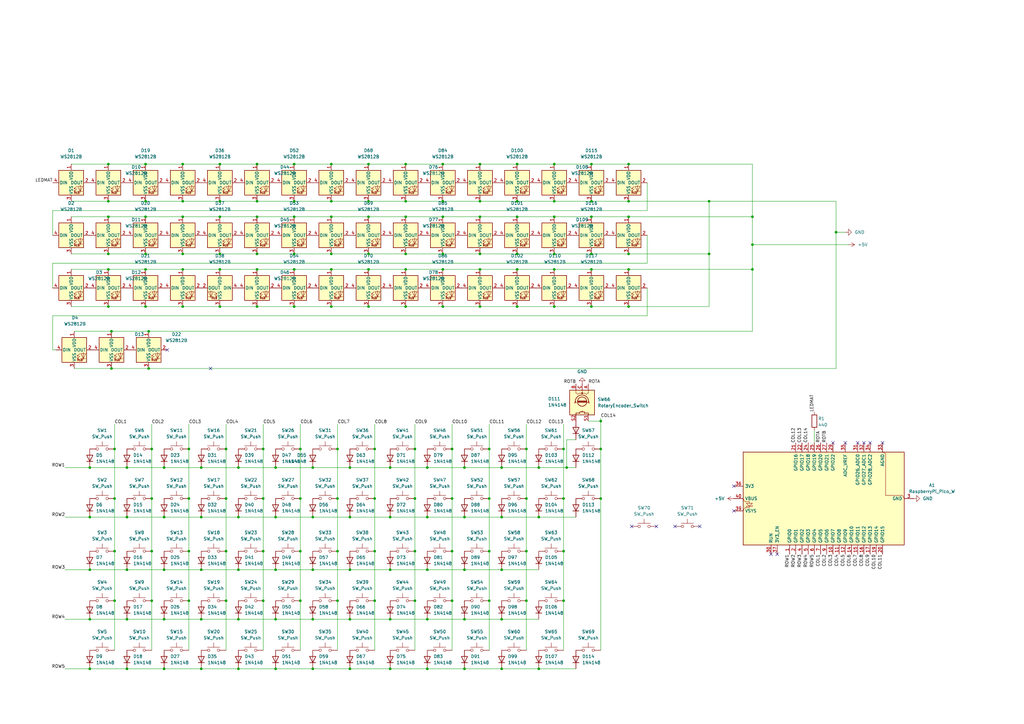
<source format=kicad_sch>
(kicad_sch (version 20250114) (generator "eeschema") (generator_version "9.0")
  (paper "A3")
  (junction (at 205.74 191.77))
  (junction (at 215.9 226.06))
  (junction (at 135.89 104.14))
  (junction (at 123.19 204.47))
  (junction (at 143.51 233.68))
  (junction (at 105.41 110.49))
  (junction (at 143.51 191.77))
  (junction (at 246.38 204.47))
  (junction (at 92.71 246.38))
  (junction (at 215.9 204.47))
  (junction (at 90.17 104.14))
  (junction (at 175.26 191.77))
  (junction (at 90.17 82.55))
  (junction (at 113.03 212.09))
  (junction (at 128.27 274.32))
  (junction (at 44.45 88.9))
  (junction (at 215.9 184.15))
  (junction (at 257.81 67.31))
  (junction (at 181.61 104.14))
  (junction (at 185.42 204.47))
  (junction (at 138.43 184.15))
  (junction (at 151.13 67.31))
  (junction (at 151.13 82.55))
  (junction (at 160.02 254))
  (junction (at 153.67 226.06))
  (junction (at 67.31 191.77))
  (junction (at 205.74 212.09))
  (junction (at 135.89 82.55))
  (junction (at 44.45 67.31))
  (junction (at 227.33 104.14))
  (junction (at 143.51 212.09))
  (junction (at 77.47 184.15))
  (junction (at 181.61 67.31))
  (junction (at 113.03 274.32))
  (junction (at 120.65 88.9))
  (junction (at 36.83 191.77))
  (junction (at 74.93 110.49))
  (junction (at 242.57 67.31))
  (junction (at 196.85 110.49))
  (junction (at 36.83 274.32))
  (junction (at 205.74 254))
  (junction (at 52.07 212.09))
  (junction (at 74.93 82.55))
  (junction (at 227.33 67.31))
  (junction (at 36.83 254))
  (junction (at 97.79 233.68))
  (junction (at 92.71 226.06))
  (junction (at 128.27 254))
  (junction (at 308.61 110.49))
  (junction (at 190.5 212.09))
  (junction (at 52.07 233.68))
  (junction (at 257.81 82.55))
  (junction (at 97.79 191.77))
  (junction (at 166.37 88.9))
  (junction (at 77.47 246.38))
  (junction (at 36.83 233.68))
  (junction (at 175.26 274.32))
  (junction (at 90.17 110.49))
  (junction (at 82.55 233.68))
  (junction (at 59.69 67.31))
  (junction (at 205.74 233.68))
  (junction (at 44.45 110.49))
  (junction (at 153.67 204.47))
  (junction (at 62.23 226.06))
  (junction (at 151.13 125.73))
  (junction (at 170.18 184.15))
  (junction (at 52.07 254))
  (junction (at 181.61 88.9))
  (junction (at 67.31 254))
  (junction (at 166.37 110.49))
  (junction (at 120.65 82.55))
  (junction (at 200.66 184.15))
  (junction (at 200.66 226.06))
  (junction (at 74.93 125.73))
  (junction (at 59.69 88.9))
  (junction (at 44.45 125.73))
  (junction (at 120.65 110.49))
  (junction (at 74.93 104.14))
  (junction (at 181.61 82.55))
  (junction (at 212.09 125.73))
  (junction (at 242.57 88.9))
  (junction (at 231.14 246.38))
  (junction (at 138.43 204.47))
  (junction (at 175.26 254))
  (junction (at 143.51 274.32))
  (junction (at 107.95 184.15))
  (junction (at 166.37 67.31))
  (junction (at 46.99 246.38))
  (junction (at 160.02 233.68))
  (junction (at 59.69 110.49))
  (junction (at 105.41 104.14))
  (junction (at 308.61 100.33))
  (junction (at 44.45 104.14))
  (junction (at 151.13 104.14))
  (junction (at 185.42 226.06))
  (junction (at 128.27 233.68))
  (junction (at 120.65 67.31))
  (junction (at 135.89 125.73))
  (junction (at 123.19 246.38))
  (junction (at 46.99 184.15))
  (junction (at 62.23 204.47))
  (junction (at 200.66 246.38))
  (junction (at 60.96 151.13))
  (junction (at 120.65 104.14))
  (junction (at 128.27 212.09))
  (junction (at 105.41 88.9))
  (junction (at 212.09 88.9))
  (junction (at 220.98 274.32))
  (junction (at 227.33 88.9))
  (junction (at 113.03 254))
  (junction (at 151.13 88.9))
  (junction (at 45.72 135.89))
  (junction (at 181.61 110.49))
  (junction (at 212.09 67.31))
  (junction (at 138.43 246.38))
  (junction (at 242.57 82.55))
  (junction (at 212.09 104.14))
  (junction (at 153.67 246.38))
  (junction (at 166.37 104.14))
  (junction (at 160.02 191.77))
  (junction (at 232.41 191.77))
  (junction (at 151.13 110.49))
  (junction (at 92.71 204.47))
  (junction (at 308.61 88.9))
  (junction (at 97.79 254))
  (junction (at 166.37 125.73))
  (junction (at 128.27 191.77))
  (junction (at 227.33 110.49))
  (junction (at 60.96 135.89))
  (junction (at 45.72 151.13))
  (junction (at 185.42 184.15))
  (junction (at 46.99 226.06))
  (junction (at 46.99 204.47))
  (junction (at 77.47 204.47))
  (junction (at 59.69 125.73))
  (junction (at 59.69 82.55))
  (junction (at 196.85 67.31))
  (junction (at 227.33 125.73))
  (junction (at 62.23 184.15))
  (junction (at 67.31 233.68))
  (junction (at 62.23 246.38))
  (junction (at 200.66 204.47))
  (junction (at 153.67 184.15))
  (junction (at 52.07 274.32))
  (junction (at 175.26 212.09))
  (junction (at 90.17 88.9))
  (junction (at 92.71 184.15))
  (junction (at 231.14 184.15))
  (junction (at 212.09 110.49))
  (junction (at 170.18 246.38))
  (junction (at 290.83 82.55))
  (junction (at 36.83 212.09))
  (junction (at 97.79 212.09))
  (junction (at 105.41 82.55))
  (junction (at 123.19 226.06))
  (junction (at 82.55 191.77))
  (junction (at 82.55 212.09))
  (junction (at 196.85 125.73))
  (junction (at 107.95 246.38))
  (junction (at 52.07 191.77))
  (junction (at 231.14 226.06))
  (junction (at 257.81 110.49))
  (junction (at 196.85 104.14))
  (junction (at 231.14 204.47))
  (junction (at 196.85 88.9))
  (junction (at 143.51 254))
  (junction (at 67.31 212.09))
  (junction (at 107.95 204.47))
  (junction (at 166.37 82.55))
  (junction (at 242.57 110.49))
  (junction (at 135.89 67.31))
  (junction (at 215.9 246.38))
  (junction (at 113.03 191.77))
  (junction (at 181.61 125.73))
  (junction (at 123.19 184.15))
  (junction (at 160.02 274.32))
  (junction (at 257.81 104.14))
  (junction (at 82.55 274.32))
  (junction (at 107.95 226.06))
  (junction (at 82.55 254))
  (junction (at 246.38 172.72))
  (junction (at 342.9 95.25))
  (junction (at 190.5 254))
  (junction (at 170.18 204.47))
  (junction (at 185.42 246.38))
  (junction (at 59.69 104.14))
  (junction (at 242.57 104.14))
  (junction (at 290.83 104.14))
  (junction (at 74.93 67.31))
  (junction (at 138.43 226.06))
  (junction (at 113.03 233.68))
  (junction (at 74.93 88.9))
  (junction (at 160.02 212.09))
  (junction (at 220.98 191.77))
  (junction (at 190.5 274.32))
  (junction (at 135.89 88.9))
  (junction (at 242.57 125.73))
  (junction (at 246.38 184.15))
  (junction (at 135.89 110.49))
  (junction (at 190.5 233.68))
  (junction (at 97.79 274.32))
  (junction (at 257.81 125.73))
  (junction (at 170.18 226.06))
  (junction (at 90.17 67.31))
  (junction (at 90.17 125.73))
  (junction (at 220.98 212.09))
  (junction (at 67.31 274.32))
  (junction (at 105.41 67.31))
  (junction (at 190.5 191.77))
  (junction (at 105.41 125.73))
  (junction (at 257.81 88.9))
  (junction (at 196.85 82.55))
  (junction (at 77.47 226.06))
  (junction (at 44.45 82.55))
  (junction (at 205.74 274.32))
  (junction (at 227.33 82.55))
  (junction (at 120.65 125.73))
  (junction (at 175.26 233.68))
  (junction (at 212.09 82.55))
  (no_connect (at 200.66 -38.1))
  (no_connect (at 269.24 215.9))
  (no_connect (at 276.86 215.9))
  (no_connect (at 354.33 181.61))
  (no_connect (at 351.79 181.61))
  (no_connect (at 316.23 227.33))
  (no_connect (at 68.58 143.51))
  (no_connect (at 318.77 227.33))
  (no_connect (at 287.02 215.9))
  (no_connect (at 341.63 181.61))
  (no_connect (at 346.71 181.61))
  (no_connect (at 356.87 181.61))
  (no_connect (at 86.36 151.13))
  (no_connect (at 259.08 215.9))
  (no_connect (at 361.95 181.61))
  (no_connect (at 300.99 199.39))
  (no_connect (at 300.99 209.55))
  (wire (pts (xy 74.93 104.14) (xy 59.69 104.14)))
  (wire (pts (xy 181.61 82.55) (xy 196.85 82.55)))
  (wire (pts (xy 265.43 86.36) (xy 265.43 74.93)))
  (wire (pts (xy 170.18 184.15) (xy 170.18 204.47)))
  (wire (pts (xy 290.83 104.14) (xy 257.81 104.14)))
  (wire (pts (xy 113.03 254) (xy 128.27 254)))
  (wire (pts (xy 227.33 67.31) (xy 212.09 67.31)))
  (wire (pts (xy 90.17 125.73) (xy 105.41 125.73)))
  (wire (pts (xy 77.47 173.99) (xy 77.47 184.15)))
  (wire (pts (xy 82.55 274.32) (xy 97.79 274.32)))
  (wire (pts (xy 113.03 191.77) (xy 128.27 191.77)))
  (wire (pts (xy 30.48 151.13) (xy 45.72 151.13)))
  (wire (pts (xy 160.02 233.68) (xy 175.26 233.68)))
  (wire (pts (xy 166.37 67.31) (xy 151.13 67.31)))
  (wire (pts (xy 257.81 88.9) (xy 242.57 88.9)))
  (wire (pts (xy 232.41 180.34) (xy 232.41 191.77)))
  (wire (pts (xy 215.9 204.47) (xy 215.9 226.06)))
  (wire (pts (xy 138.43 226.06) (xy 138.43 246.38)))
  (wire (pts (xy 170.18 204.47) (xy 170.18 226.06)))
  (wire (pts (xy 52.07 212.09) (xy 67.31 212.09)))
  (wire (pts (xy 175.26 233.68) (xy 190.5 233.68)))
  (wire (pts (xy 26.67 191.77) (xy 36.83 191.77)))
  (wire (pts (xy 46.99 173.99) (xy 46.99 184.15)))
  (wire (pts (xy 44.45 104.14) (xy 29.21 104.14)))
  (wire (pts (xy 257.81 104.14) (xy 242.57 104.14)))
  (wire (pts (xy 215.9 226.06) (xy 215.9 246.38)))
  (wire (pts (xy 166.37 125.73) (xy 181.61 125.73)))
  (wire (pts (xy 74.93 125.73) (xy 90.17 125.73)))
  (wire (pts (xy 190.5 233.68) (xy 205.74 233.68)))
  (wire (pts (xy 231.14 184.15) (xy 231.14 204.47)))
  (wire (pts (xy 143.51 191.77) (xy 160.02 191.77)))
  (wire (pts (xy 231.14 226.06) (xy 231.14 246.38)))
  (wire (pts (xy 185.42 184.15) (xy 185.42 204.47)))
  (wire (pts (xy 62.23 246.38) (xy 62.23 266.7)))
  (wire (pts (xy 138.43 184.15) (xy 138.43 204.47)))
  (wire (pts (xy 90.17 104.14) (xy 74.93 104.14)))
  (wire (pts (xy 90.17 88.9) (xy 74.93 88.9)))
  (wire (pts (xy 166.37 104.14) (xy 151.13 104.14)))
  (wire (pts (xy 212.09 104.14) (xy 196.85 104.14)))
  (wire (pts (xy 113.03 274.32) (xy 128.27 274.32)))
  (wire (pts (xy 308.61 135.89) (xy 308.61 110.49)))
  (wire (pts (xy 242.57 125.73) (xy 257.81 125.73)))
  (wire (pts (xy 97.79 191.77) (xy 113.03 191.77)))
  (wire (pts (xy 242.57 82.55) (xy 257.81 82.55)))
  (wire (pts (xy 166.37 82.55) (xy 181.61 82.55)))
  (wire (pts (xy 246.38 204.47) (xy 246.38 266.7)))
  (wire (pts (xy 135.89 110.49) (xy 120.65 110.49)))
  (wire (pts (xy 82.55 254) (xy 97.79 254)))
  (wire (pts (xy 212.09 125.73) (xy 227.33 125.73)))
  (wire (pts (xy 138.43 246.38) (xy 138.43 266.7)))
  (wire (pts (xy 62.23 204.47) (xy 62.23 226.06)))
  (wire (pts (xy 77.47 204.47) (xy 77.47 226.06)))
  (wire (pts (xy 342.9 82.55) (xy 342.9 95.25)))
  (wire (pts (xy 107.95 246.38) (xy 107.95 266.7)))
  (wire (pts (xy 44.45 125.73) (xy 29.21 125.73)))
  (wire (pts (xy 153.67 246.38) (xy 153.67 266.7)))
  (wire (pts (xy 181.61 125.73) (xy 196.85 125.73)))
  (wire (pts (xy 77.47 226.06) (xy 77.47 246.38)))
  (wire (pts (xy 107.95 226.06) (xy 107.95 246.38)))
  (wire (pts (xy 215.9 246.38) (xy 215.9 266.7)))
  (wire (pts (xy 175.26 212.09) (xy 190.5 212.09)))
  (wire (pts (xy 185.42 226.06) (xy 185.42 246.38)))
  (wire (pts (xy 166.37 110.49) (xy 151.13 110.49)))
  (wire (pts (xy 52.07 254) (xy 67.31 254)))
  (wire (pts (xy 74.93 82.55) (xy 90.17 82.55)))
  (wire (pts (xy 120.65 67.31) (xy 105.41 67.31)))
  (wire (pts (xy 342.9 95.25) (xy 346.71 95.25)))
  (wire (pts (xy 212.09 67.31) (xy 196.85 67.31)))
  (wire (pts (xy 151.13 82.55) (xy 166.37 82.55)))
  (wire (pts (xy 342.9 82.55) (xy 290.83 82.55)))
  (wire (pts (xy 123.19 204.47) (xy 123.19 226.06)))
  (wire (pts (xy 227.33 88.9) (xy 212.09 88.9)))
  (wire (pts (xy 107.95 204.47) (xy 107.95 226.06)))
  (wire (pts (xy 181.61 104.14) (xy 166.37 104.14)))
  (wire (pts (xy 21.59 143.51) (xy 22.86 143.51)))
  (wire (pts (xy 212.09 82.55) (xy 227.33 82.55)))
  (wire (pts (xy 231.14 204.47) (xy 231.14 226.06)))
  (wire (pts (xy 215.9 173.99) (xy 215.9 184.15)))
  (wire (pts (xy 59.69 82.55) (xy 74.93 82.55)))
  (wire (pts (xy 242.57 104.14) (xy 227.33 104.14)))
  (wire (pts (xy 107.95 184.15) (xy 107.95 204.47)))
  (wire (pts (xy 74.93 88.9) (xy 59.69 88.9)))
  (wire (pts (xy 196.85 104.14) (xy 181.61 104.14)))
  (wire (pts (xy 205.74 274.32) (xy 220.98 274.32)))
  (wire (pts (xy 107.95 173.99) (xy 107.95 184.15)))
  (wire (pts (xy 220.98 191.77) (xy 232.41 191.77)))
  (wire (pts (xy 46.99 184.15) (xy 46.99 204.47)))
  (wire (pts (xy 290.83 82.55) (xy 290.83 104.14)))
  (wire (pts (xy 308.61 88.9) (xy 308.61 67.31)))
  (wire (pts (xy 29.21 110.49) (xy 44.45 110.49)))
  (wire (pts (xy 151.13 67.31) (xy 135.89 67.31)))
  (wire (pts (xy 123.19 173.99) (xy 123.19 184.15)))
  (wire (pts (xy 175.26 191.77) (xy 190.5 191.77)))
  (wire (pts (xy 105.41 88.9) (xy 90.17 88.9)))
  (wire (pts (xy 36.83 212.09) (xy 52.07 212.09)))
  (wire (pts (xy 181.61 67.31) (xy 166.37 67.31)))
  (wire (pts (xy 170.18 246.38) (xy 170.18 266.7)))
  (wire (pts (xy 308.61 100.33) (xy 308.61 110.49)))
  (wire (pts (xy 44.45 67.31) (xy 29.21 67.31)))
  (wire (pts (xy 205.74 233.68) (xy 220.98 233.68)))
  (wire (pts (xy 60.96 135.89) (xy 308.61 135.89)))
  (wire (pts (xy 92.71 184.15) (xy 92.71 204.47)))
  (wire (pts (xy 200.66 173.99) (xy 200.66 184.15)))
  (wire (pts (xy 45.72 151.13) (xy 60.96 151.13)))
  (wire (pts (xy 52.07 233.68) (xy 67.31 233.68)))
  (wire (pts (xy 175.26 274.32) (xy 190.5 274.32)))
  (wire (pts (xy 44.45 82.55) (xy 59.69 82.55)))
  (wire (pts (xy 257.81 110.49) (xy 242.57 110.49)))
  (wire (pts (xy 77.47 246.38) (xy 77.47 266.7)))
  (wire (pts (xy 241.3 172.72) (xy 246.38 172.72)))
  (wire (pts (xy 26.67 233.68) (xy 36.83 233.68)))
  (wire (pts (xy 290.83 125.73) (xy 290.83 104.14)))
  (wire (pts (xy 242.57 110.49) (xy 227.33 110.49)))
  (wire (pts (xy 153.67 226.06) (xy 153.67 246.38)))
  (wire (pts (xy 59.69 67.31) (xy 44.45 67.31)))
  (wire (pts (xy 30.48 135.89) (xy 45.72 135.89)))
  (wire (pts (xy 151.13 125.73) (xy 166.37 125.73)))
  (wire (pts (xy 36.83 191.77) (xy 52.07 191.77)))
  (wire (pts (xy 97.79 274.32) (xy 113.03 274.32)))
  (wire (pts (xy 74.93 110.49) (xy 59.69 110.49)))
  (wire (pts (xy 97.79 254) (xy 113.03 254)))
  (wire (pts (xy 257.81 125.73) (xy 290.83 125.73)))
  (wire (pts (xy 67.31 233.68) (xy 82.55 233.68)))
  (wire (pts (xy 59.69 125.73) (xy 74.93 125.73)))
  (wire (pts (xy 21.59 107.95) (xy 265.43 107.95)))
  (wire (pts (xy 160.02 191.77) (xy 175.26 191.77)))
  (wire (pts (xy 190.5 212.09) (xy 205.74 212.09)))
  (wire (pts (xy 153.67 184.15) (xy 153.67 204.47)))
  (wire (pts (xy 59.69 110.49) (xy 44.45 110.49)))
  (wire (pts (xy 160.02 212.09) (xy 175.26 212.09)))
  (wire (pts (xy 342.9 151.13) (xy 342.9 95.25)))
  (wire (pts (xy 92.71 246.38) (xy 92.71 266.7)))
  (wire (pts (xy 123.19 184.15) (xy 123.19 204.47)))
  (wire (pts (xy 97.79 233.68) (xy 113.03 233.68)))
  (wire (pts (xy 143.51 233.68) (xy 160.02 233.68)))
  (wire (pts (xy 82.55 233.68) (xy 97.79 233.68)))
  (wire (pts (xy 105.41 82.55) (xy 120.65 82.55)))
  (wire (pts (xy 220.98 274.32) (xy 236.22 274.32)))
  (wire (pts (xy 90.17 82.55) (xy 105.41 82.55)))
  (wire (pts (xy 181.61 110.49) (xy 166.37 110.49)))
  (wire (pts (xy 151.13 88.9) (xy 135.89 88.9)))
  (wire (pts (xy 62.23 226.06) (xy 62.23 246.38)))
  (wire (pts (xy 82.55 212.09) (xy 97.79 212.09)))
  (wire (pts (xy 74.93 67.31) (xy 59.69 67.31)))
  (wire (pts (xy 113.03 212.09) (xy 128.27 212.09)))
  (wire (pts (xy 246.38 171.45) (xy 246.38 172.72)))
  (wire (pts (xy 45.72 135.89) (xy 60.96 135.89)))
  (wire (pts (xy 227.33 104.14) (xy 212.09 104.14)))
  (wire (pts (xy 170.18 173.99) (xy 170.18 184.15)))
  (wire (pts (xy 160.02 254) (xy 175.26 254)))
  (wire (pts (xy 175.26 254) (xy 190.5 254)))
  (wire (pts (xy 347.98 100.33) (xy 308.61 100.33)))
  (wire (pts (xy 29.21 82.55) (xy 44.45 82.55)))
  (wire (pts (xy 308.61 67.31) (xy 257.81 67.31)))
  (wire (pts (xy 97.79 212.09) (xy 113.03 212.09)))
  (wire (pts (xy 36.83 233.68) (xy 52.07 233.68)))
  (wire (pts (xy 220.98 212.09) (xy 236.22 212.09)))
  (wire (pts (xy 36.83 254) (xy 52.07 254)))
  (wire (pts (xy 153.67 204.47) (xy 153.67 226.06)))
  (wire (pts (xy 44.45 125.73) (xy 59.69 125.73)))
  (wire (pts (xy 21.59 96.52) (xy 21.59 86.36)))
  (wire (pts (xy 242.57 67.31) (xy 227.33 67.31)))
  (wire (pts (xy 92.71 226.06) (xy 92.71 246.38)))
  (wire (pts (xy 190.5 254) (xy 205.74 254)))
  (wire (pts (xy 190.5 191.77) (xy 205.74 191.77)))
  (wire (pts (xy 196.85 125.73) (xy 212.09 125.73)))
  (wire (pts (xy 185.42 173.99) (xy 185.42 184.15)))
  (wire (pts (xy 215.9 184.15) (xy 215.9 204.47)))
  (wire (pts (xy 67.31 212.09) (xy 82.55 212.09)))
  (wire (pts (xy 200.66 226.06) (xy 200.66 246.38)))
  (wire (pts (xy 246.38 184.15) (xy 246.38 204.47)))
  (wire (pts (xy 135.89 88.9) (xy 120.65 88.9)))
  (wire (pts (xy 77.47 184.15) (xy 77.47 204.47)))
  (wire (pts (xy 59.69 88.9) (xy 44.45 88.9)))
  (wire (pts (xy 334.01 176.53) (xy 334.01 181.61)))
  (wire (pts (xy 232.41 191.77) (xy 236.22 191.77)))
  (wire (pts (xy 138.43 173.99) (xy 138.43 184.15)))
  (wire (pts (xy 242.57 88.9) (xy 227.33 88.9)))
  (wire (pts (xy 105.41 104.14) (xy 90.17 104.14)))
  (wire (pts (xy 200.66 246.38) (xy 200.66 266.7)))
  (wire (pts (xy 227.33 125.73) (xy 242.57 125.73)))
  (wire (pts (xy 105.41 67.31) (xy 90.17 67.31)))
  (wire (pts (xy 46.99 204.47) (xy 46.99 226.06)))
  (wire (pts (xy 196.85 82.55) (xy 212.09 82.55)))
  (wire (pts (xy 151.13 104.14) (xy 135.89 104.14)))
  (wire (pts (xy 135.89 82.55) (xy 151.13 82.55)))
  (wire (pts (xy 196.85 110.49) (xy 181.61 110.49)))
  (wire (pts (xy 190.5 274.32) (xy 205.74 274.32)))
  (wire (pts (xy 151.13 110.49) (xy 135.89 110.49)))
  (wire (pts (xy 128.27 274.32) (xy 143.51 274.32)))
  (wire (pts (xy 120.65 110.49) (xy 105.41 110.49)))
  (wire (pts (xy 21.59 107.95) (xy 21.59 118.11)))
  (wire (pts (xy 120.65 125.73) (xy 135.89 125.73)))
  (wire (pts (xy 227.33 110.49) (xy 212.09 110.49)))
  (wire (pts (xy 135.89 104.14) (xy 120.65 104.14)))
  (wire (pts (xy 196.85 88.9) (xy 181.61 88.9)))
  (wire (pts (xy 46.99 246.38) (xy 46.99 266.7)))
  (wire (pts (xy 138.43 204.47) (xy 138.43 226.06)))
  (wire (pts (xy 128.27 191.77) (xy 143.51 191.77)))
  (wire (pts (xy 105.41 125.73) (xy 120.65 125.73)))
  (wire (pts (xy 308.61 110.49) (xy 257.81 110.49)))
  (wire (pts (xy 153.67 173.99) (xy 153.67 184.15)))
  (wire (pts (xy 143.51 212.09) (xy 160.02 212.09)))
  (wire (pts (xy 60.96 151.13) (xy 342.9 151.13)))
  (wire (pts (xy 200.66 204.47) (xy 200.66 226.06)))
  (wire (pts (xy 82.55 191.77) (xy 97.79 191.77)))
  (wire (pts (xy 236.22 180.34) (xy 232.41 180.34)))
  (wire (pts (xy 44.45 88.9) (xy 29.21 88.9)))
  (wire (pts (xy 120.65 82.55) (xy 135.89 82.55)))
  (wire (pts (xy 185.42 204.47) (xy 185.42 226.06)))
  (wire (pts (xy 143.51 274.32) (xy 160.02 274.32)))
  (wire (pts (xy 92.71 204.47) (xy 92.71 226.06)))
  (wire (pts (xy 123.19 246.38) (xy 123.19 266.7)))
  (wire (pts (xy 120.65 88.9) (xy 105.41 88.9)))
  (wire (pts (xy 135.89 125.73) (xy 151.13 125.73)))
  (wire (pts (xy 135.89 67.31) (xy 120.65 67.31)))
  (wire (pts (xy 90.17 67.31) (xy 74.93 67.31)))
  (wire (pts (xy 52.07 191.77) (xy 67.31 191.77)))
  (wire (pts (xy 308.61 88.9) (xy 257.81 88.9)))
  (wire (pts (xy 59.69 104.14) (xy 44.45 104.14)))
  (wire (pts (xy 62.23 173.99) (xy 62.23 184.15)))
  (wire (pts (xy 205.74 191.77) (xy 220.98 191.77)))
  (wire (pts (xy 46.99 226.06) (xy 46.99 246.38)))
  (wire (pts (xy 26.67 254) (xy 36.83 254)))
  (wire (pts (xy 308.61 100.33) (xy 308.61 88.9)))
  (wire (pts (xy 170.18 226.06) (xy 170.18 246.38)))
  (wire (pts (xy 92.71 173.99) (xy 92.71 184.15)))
  (wire (pts (xy 257.81 82.55) (xy 290.83 82.55)))
  (wire (pts (xy 231.14 246.38) (xy 231.14 266.7)))
  (wire (pts (xy 105.41 110.49) (xy 90.17 110.49)))
  (wire (pts (xy 181.61 88.9) (xy 166.37 88.9)))
  (wire (pts (xy 246.38 172.72) (xy 246.38 184.15)))
  (wire (pts (xy 231.14 173.99) (xy 231.14 184.15)))
  (wire (pts (xy 257.81 67.31) (xy 242.57 67.31)))
  (wire (pts (xy 62.23 184.15) (xy 62.23 204.47)))
  (wire (pts (xy 205.74 212.09) (xy 220.98 212.09)))
  (wire (pts (xy 212.09 88.9) (xy 196.85 88.9)))
  (wire (pts (xy 227.33 82.55) (xy 242.57 82.55)))
  (wire (pts (xy 160.02 274.32) (xy 175.26 274.32)))
  (wire (pts (xy 212.09 110.49) (xy 196.85 110.49)))
  (wire (pts (xy 90.17 110.49) (xy 74.93 110.49)))
  (wire (pts (xy 52.07 274.32) (xy 67.31 274.32)))
  (wire (pts (xy 120.65 104.14) (xy 105.41 104.14)))
  (wire (pts (xy 185.42 246.38) (xy 185.42 266.7)))
  (wire (pts (xy 67.31 274.32) (xy 82.55 274.32)))
  (wire (pts (xy 67.31 254) (xy 82.55 254)))
  (wire (pts (xy 128.27 254) (xy 143.51 254)))
  (wire (pts (xy 143.51 254) (xy 160.02 254)))
  (wire (pts (xy 26.67 274.32) (xy 36.83 274.32)))
  (wire (pts (xy 128.27 212.09) (xy 143.51 212.09)))
  (wire (pts (xy 128.27 233.68) (xy 143.51 233.68)))
  (wire (pts (xy 123.19 226.06) (xy 123.19 246.38)))
  (wire (pts (xy 166.37 88.9) (xy 151.13 88.9)))
  (wire (pts (xy 196.85 67.31) (xy 181.61 67.31)))
  (wire (pts (xy 21.59 129.54) (xy 21.59 143.51)))
  (wire (pts (xy 67.31 191.77) (xy 82.55 191.77)))
  (wire (pts (xy 113.03 233.68) (xy 128.27 233.68)))
  (wire (pts (xy 21.59 129.54) (xy 265.43 129.54)))
  (wire (pts (xy 200.66 184.15) (xy 200.66 204.47)))
  (wire (pts (xy 36.83 274.32) (xy 52.07 274.32)))
  (wire (pts (xy 265.43 129.54) (xy 265.43 118.11)))
  (wire (pts (xy 26.67 212.09) (xy 36.83 212.09)))
  (wire (pts (xy 21.59 86.36) (xy 265.43 86.36)))
  (wire (pts (xy 205.74 254) (xy 220.98 254)))
  (wire (pts (xy 265.43 107.95) (xy 265.43 96.52)))
  (label "COL12" (at 215.9 173.99 0))
  (label "COL4" (at 92.71 173.99 0))
  (label "COL5" (at 346.71 227.33 270))
  (label "LEDMAT" (at 21.59 74.93 180))
  (label "ROW4" (at 331.47 227.33 270))
  (label "ROW4" (at 26.67 254 180))
  (label "ROTB" (at 339.09 181.61 90))
  (label "COL6" (at 349.25 227.33 270))
  (label "COL11" (at 200.66 173.99 0))
  (label "ROW3" (at 328.93 227.33 270))
  (label "COL14" (at 246.38 171.45 0))
  (label "ROW3" (at 26.67 233.68 180))
  (label "ROTA" (at 336.55 181.61 90))
  (label "COL5" (at 107.95 173.99 0))
  (label "LEDMAT" (at 334.01 168.91 90))
  (label "ROW2" (at 326.39 227.33 270))
  (label "COL8" (at 354.33 227.33 270))
  (label "COL4" (at 344.17 227.33 270))
  (label "COL9" (at 356.87 227.33 270))
  (label "COL1" (at 46.99 173.99 0))
  (label "ROW1" (at 26.67 191.77 180))
  (label "COL10" (at 359.41 227.33 270))
  (label "COL2" (at 62.23 173.99 0))
  (label "ROW5" (at 334.01 227.33 270))
  (label "COL3" (at 77.47 173.99 0))
  (label "COL1" (at 336.55 227.33 270))
  (label "COL13" (at 328.93 181.61 90))
  (label "ROW5" (at 26.67 274.32 180))
  (label "COL7" (at 351.79 227.33 270))
  (label "COL8" (at 153.67 173.99 0))
  (label "ROW1" (at 323.85 227.33 270))
  (label "COL7" (at 138.43 173.99 0))
  (label "COL6" (at 123.19 173.99 0))
  (label "COL9" (at 170.18 173.99 0))
  (label "COL3" (at 341.63 227.33 270))
  (label "COL11" (at 361.95 227.33 270))
  (label "COL12" (at 326.39 181.61 90))
  (label "COL14" (at 331.47 181.61 90))
  (label "ROW2" (at 26.67 212.09 180))
  (label "ROTA" (at 241.3 157.48 0))
  (label "ROTB" (at 236.22 157.48 180))
  (label "COL13" (at 231.14 173.99 180))
  (label "COL2" (at 339.09 227.33 270))
  (label "COL10" (at 185.42 173.99 0))
  (symbol (lib_id "Diode:1N4148") (at 236.22 187.96 90) (unit 1)
    (property "Reference" "D112" (at 238.76 186.6899 90) (effects (justify right)))
    (property "Value" "1N4148" (at 238.76 189.2299 90) (effects (justify right)))
    (property "Footprint" "Diode_THT:D_DO-35_SOD27_P7.62mm_Horizontal" (effects (hide yes)))
    (property "Datasheet" "https://assets.nexperia.com/documents/data-sheet/1N4148_1N4448.pdf" (effects (hide yes)))
    (property "Description" "100V 0.15A standard switching diode, DO-35" (effects (hide yes)))
    (property "Sim.Device" "D" (effects (hide yes)))
    (property "Sim.Pins" "1=K 2=A" (effects (hide yes)))
  )
  (symbol (lib_id "Switch:SW_Push") (at 133.35 184.15 0) (unit 1)
    (property "Reference" "SW31" (at 133.35 176.53 0))
    (property "Value" "SW_Push" (at 133.35 179.07 0))
    (property "Footprint" "Keebio-Parts:Kailh-PG1350-1u" (effects (hide yes)))
    (property "Description" "Push button switch, generic, two pins" (effects (hide yes)))
  )
  (symbol (lib_id "Diode:1N4148") (at 97.79 229.87 90) (unit 1)
    (property "Reference" "D41" (at 100.33 228.5999 90) (effects (justify right)))
    (property "Value" "1N4148" (at 100.33 231.1399 90) (effects (justify right)))
    (property "Footprint" "Diode_THT:D_DO-35_SOD27_P7.62mm_Horizontal" (effects (hide yes)))
    (property "Datasheet" "https://assets.nexperia.com/documents/data-sheet/1N4148_1N4448.pdf" (effects (hide yes)))
    (property "Description" "100V 0.15A standard switching diode, DO-35" (effects (hide yes)))
    (property "Sim.Device" "D" (effects (hide yes)))
    (property "Sim.Pins" "1=K 2=A" (effects (hide yes)))
  )
  (symbol (lib_id "LED:WS2812B") (at 212.09 74.93 0) (unit 1)
    (property "Reference" "D100" (at 212.09 61.722 0))
    (property "Value" "WS2812B" (at 212.09 64.262 0))
    (property "Footprint" "LED_SMD:LED_WS2812B_PLCC4_5.0x5.0mm_P3.2mm" (effects (hide yes)))
    (property "Datasheet" "https://cdn-shop.adafruit.com/datasheets/WS2812B.pdf" (effects (hide yes)))
    (property "Description" "RGB LED with integrated controller" (effects (hide yes)))
  )
  (symbol (lib_id "LED:WS2812B") (at 181.61 96.52 0) (unit 1)
    (property "Reference" "D85" (at 181.61 83.312 0))
    (property "Value" "WS2812B" (at 181.61 85.852 0))
    (property "Footprint" "LED_SMD:LED_WS2812B_PLCC4_5.0x5.0mm_P3.2mm" (effects (hide yes)))
    (property "Datasheet" "https://cdn-shop.adafruit.com/datasheets/WS2812B.pdf" (effects (hide yes)))
    (property "Description" "RGB LED with integrated controller" (effects (hide yes)))
  )
  (symbol (lib_id "Diode:1N4148") (at 97.79 208.28 90) (unit 1)
    (property "Reference" "D40" (at 100.33 207.0099 90) (effects (justify right)))
    (property "Value" "1N4148" (at 100.33 209.5499 90) (effects (justify right)))
    (property "Footprint" "Diode_THT:D_DO-35_SOD27_P7.62mm_Horizontal" (effects (hide yes)))
    (property "Datasheet" "https://assets.nexperia.com/documents/data-sheet/1N4148_1N4448.pdf" (effects (hide yes)))
    (property "Description" "100V 0.15A standard switching diode, DO-35" (effects (hide yes)))
    (property "Sim.Device" "D" (effects (hide yes)))
    (property "Sim.Pins" "1=K 2=A" (effects (hide yes)))
  )
  (symbol (lib_id "Diode:1N4148") (at 52.07 187.96 90) (unit 1)
    (property "Reference" "D14" (at 54.61 186.6899 90) (effects (justify right)))
    (property "Value" "1N4148" (at 54.61 189.2299 90) (effects (justify right)))
    (property "Footprint" "Diode_THT:D_DO-35_SOD27_P7.62mm_Horizontal" (effects (hide yes)))
    (property "Datasheet" "https://assets.nexperia.com/documents/data-sheet/1N4148_1N4448.pdf" (effects (hide yes)))
    (property "Description" "100V 0.15A standard switching diode, DO-35" (effects (hide yes)))
    (property "Sim.Device" "D" (effects (hide yes)))
    (property "Sim.Pins" "1=K 2=A" (effects (hide yes)))
  )
  (symbol (lib_id "Switch:SW_Push") (at 180.34 204.47 0) (unit 1)
    (property "Reference" "SW47" (at 180.34 196.85 0))
    (property "Value" "SW_Push" (at 180.34 199.39 0))
    (property "Footprint" "Keebio-Parts:Kailh-PG1350-1u" (effects (hide yes)))
    (property "Description" "Push button switch, generic, two pins" (effects (hide yes)))
  )
  (symbol (lib_id "Diode:1N4148") (at 143.51 270.51 90) (unit 1)
    (property "Reference" "D67" (at 146.05 269.2399 90) (effects (justify right)))
    (property "Value" "1N4148" (at 146.05 271.7799 90) (effects (justify right)))
    (property "Footprint" "Diode_THT:D_DO-35_SOD27_P7.62mm_Horizontal" (effects (hide yes)))
    (property "Datasheet" "https://assets.nexperia.com/documents/data-sheet/1N4148_1N4448.pdf" (effects (hide yes)))
    (property "Description" "100V 0.15A standard switching diode, DO-35" (effects (hide yes)))
    (property "Sim.Device" "D" (effects (hide yes)))
    (property "Sim.Pins" "1=K 2=A" (effects (hide yes)))
  )
  (symbol (lib_id "LED:WS2812B") (at 151.13 118.11 0) (unit 1)
    (property "Reference" "D70" (at 151.13 104.902 0))
    (property "Value" "WS2812B" (at 151.13 107.442 0))
    (property "Footprint" "LED_SMD:LED_WS2812B_PLCC4_5.0x5.0mm_P3.2mm" (effects (hide yes)))
    (property "Datasheet" "https://cdn-shop.adafruit.com/datasheets/WS2812B.pdf" (effects (hide yes)))
    (property "Description" "RGB LED with integrated controller" (effects (hide yes)))
  )
  (symbol (lib_id "LED:WS2812B") (at 29.21 118.11 0) (unit 1)
    (property "Reference" "D3" (at 40.64 111.6898 0))
    (property "Value" "WS2812B" (at 40.64 114.2298 0))
    (property "Footprint" "LED_SMD:LED_WS2812B_PLCC4_5.0x5.0mm_P3.2mm" (effects (hide yes)))
    (property "Datasheet" "https://cdn-shop.adafruit.com/datasheets/WS2812B.pdf" (effects (hide yes)))
    (property "Description" "RGB LED with integrated controller" (effects (hide yes)))
  )
  (symbol (lib_id "Switch:SW_Push") (at 148.59 266.7 0) (unit 1)
    (property "Reference" "SW40" (at 148.59 259.08 0))
    (property "Value" "SW_Push" (at 148.59 261.62 0))
    (property "Footprint" "Keebio-Parts:Kailh-PG1350-1u" (effects (hide yes)))
    (property "Description" "Push button switch, generic, two pins" (effects (hide yes)))
  )
  (symbol (lib_id "Switch:SW_Push") (at 226.06 266.7 0) (unit 1)
    (property "Reference" "SW65" (at 226.06 259.08 0))
    (property "Value" "SW_Push" (at 226.06 261.62 0))
    (property "Footprint" "Keebio-Parts:Kailh-PG1350-1u" (effects (hide yes)))
    (property "Description" "Push button switch, generic, two pins" (effects (hide yes)))
  )
  (symbol (lib_id "Switch:SW_Push") (at 195.58 226.06 0) (unit 1)
    (property "Reference" "SW53" (at 195.58 218.44 0))
    (property "Value" "SW_Push" (at 195.58 220.98 0))
    (property "Footprint" "Keebio-Parts:Kailh-PG1350-1u" (effects (hide yes)))
    (property "Description" "Push button switch, generic, two pins" (effects (hide yes)))
  )
  (symbol (lib_id "Diode:1N4148") (at 113.03 229.87 90) (unit 1)
    (property "Reference" "D49" (at 115.57 228.5999 90) (effects (justify right)))
    (property "Value" "1N4148" (at 115.57 231.1399 90) (effects (justify right)))
    (property "Footprint" "Diode_THT:D_DO-35_SOD27_P7.62mm_Horizontal" (effects (hide yes)))
    (property "Datasheet" "https://assets.nexperia.com/documents/data-sheet/1N4148_1N4448.pdf" (effects (hide yes)))
    (property "Description" "100V 0.15A standard switching diode, DO-35" (effects (hide yes)))
    (property "Sim.Device" "D" (effects (hide yes)))
    (property "Sim.Pins" "1=K 2=A" (effects (hide yes)))
  )
  (symbol (lib_id "LED:WS2812B") (at 166.37 118.11 0) (unit 1)
    (property "Reference" "D78" (at 177.8 111.6898 0))
    (property "Value" "WS2812B" (at 177.8 114.2298 0))
    (property "Footprint" "LED_SMD:LED_WS2812B_PLCC4_5.0x5.0mm_P3.2mm" (effects (hide yes)))
    (property "Datasheet" "https://cdn-shop.adafruit.com/datasheets/WS2812B.pdf" (effects (hide yes)))
    (property "Description" "RGB LED with integrated controller" (effects (hide yes)))
  )
  (symbol (lib_id "Diode:1N4148") (at 113.03 250.19 90) (unit 1)
    (property "Reference" "D50" (at 115.57 248.9199 90) (effects (justify right)))
    (property "Value" "1N4148" (at 115.57 251.4599 90) (effects (justify right)))
    (property "Footprint" "Diode_THT:D_DO-35_SOD27_P7.62mm_Horizontal" (effects (hide yes)))
    (property "Datasheet" "https://assets.nexperia.com/documents/data-sheet/1N4148_1N4448.pdf" (effects (hide yes)))
    (property "Description" "100V 0.15A standard switching diode, DO-35" (effects (hide yes)))
    (property "Sim.Device" "D" (effects (hide yes)))
    (property "Sim.Pins" "1=K 2=A" (effects (hide yes)))
  )
  (symbol (lib_id "Diode:1N4148") (at 113.03 270.51 90) (unit 1)
    (property "Reference" "D51" (at 115.57 269.2399 90) (effects (justify right)))
    (property "Value" "1N4148" (at 115.57 271.7799 90) (effects (justify right)))
    (property "Footprint" "Diode_THT:D_DO-35_SOD27_P7.62mm_Horizontal" (effects (hide yes)))
    (property "Datasheet" "https://assets.nexperia.com/documents/data-sheet/1N4148_1N4448.pdf" (effects (hide yes)))
    (property "Description" "100V 0.15A standard switching diode, DO-35" (effects (hide yes)))
    (property "Sim.Device" "D" (effects (hide yes)))
    (property "Sim.Pins" "1=K 2=A" (effects (hide yes)))
  )
  (symbol (lib_id "LED:WS2812B") (at 181.61 74.93 0) (unit 1)
    (property "Reference" "D84" (at 181.61 61.722 0))
    (property "Value" "WS2812B" (at 181.61 64.262 0))
    (property "Footprint" "LED_SMD:LED_WS2812B_PLCC4_5.0x5.0mm_P3.2mm" (effects (hide yes)))
    (property "Datasheet" "https://cdn-shop.adafruit.com/datasheets/WS2812B.pdf" (effects (hide yes)))
    (property "Description" "RGB LED with integrated controller" (effects (hide yes)))
  )
  (symbol (lib_id "Diode:1N4148") (at 82.55 250.19 90) (unit 1)
    (property "Reference" "D34" (at 85.09 248.9199 90) (effects (justify right)))
    (property "Value" "1N4148" (at 85.09 251.4599 90) (effects (justify right)))
    (property "Footprint" "Diode_THT:D_DO-35_SOD27_P7.62mm_Horizontal" (effects (hide yes)))
    (property "Datasheet" "https://assets.nexperia.com/documents/data-sheet/1N4148_1N4448.pdf" (effects (hide yes)))
    (property "Description" "100V 0.15A standard switching diode, DO-35" (effects (hide yes)))
    (property "Sim.Device" "D" (effects (hide yes)))
    (property "Sim.Pins" "1=K 2=A" (effects (hide yes)))
  )
  (symbol (lib_id "LED:WS2812B") (at 74.93 118.11 0) (unit 1)
    (property "Reference" "D30" (effects (hide yes)))
    (property "Value" "WS2812B" (effects (hide yes)))
    (property "Footprint" "LED_SMD:LED_WS2812B_PLCC4_5.0x5.0mm_P3.2mm" (effects (hide yes)))
    (property "Datasheet" "https://cdn-shop.adafruit.com/datasheets/WS2812B.pdf" (effects (hide yes)))
    (property "Description" "RGB LED with integrated controller" (effects (hide yes)))
  )
  (symbol (lib_id "Diode:1N4148") (at 220.98 187.96 90) (unit 1)
    (property "Reference" "D103" (at 223.52 186.6899 90) (effects (justify right)))
    (property "Value" "1N4148" (at 223.52 189.2299 90) (effects (justify right)))
    (property "Footprint" "Diode_THT:D_DO-35_SOD27_P7.62mm_Horizontal" (effects (hide yes)))
    (property "Datasheet" "https://assets.nexperia.com/documents/data-sheet/1N4148_1N4448.pdf" (effects (hide yes)))
    (property "Description" "100V 0.15A standard switching diode, DO-35" (effects (hide yes)))
    (property "Sim.Device" "D" (effects (hide yes)))
    (property "Sim.Pins" "1=K 2=A" (effects (hide yes)))
  )
  (symbol (lib_id "Diode:1N4148") (at 205.74 250.19 90) (unit 1)
    (property "Reference" "D98" (at 208.28 248.9199 90) (effects (justify right)))
    (property "Value" "1N4148" (at 208.28 251.4599 90) (effects (justify right)))
    (property "Footprint" "Diode_THT:D_DO-35_SOD27_P7.62mm_Horizontal" (effects (hide yes)))
    (property "Datasheet" "https://assets.nexperia.com/documents/data-sheet/1N4148_1N4448.pdf" (effects (hide yes)))
    (property "Description" "100V 0.15A standard switching diode, DO-35" (effects (hide yes)))
    (property "Sim.Device" "D" (effects (hide yes)))
    (property "Sim.Pins" "1=K 2=A" (effects (hide yes)))
  )
  (symbol (lib_id "LED:WS2812B") (at 227.33 118.11 0) (unit 1)
    (property "Reference" "D110" (at 227.584 104.902 0))
    (property "Value" "WS2812B" (at 227.584 107.442 0))
    (property "Footprint" "LED_SMD:LED_WS2812B_PLCC4_5.0x5.0mm_P3.2mm" (effects (hide yes)))
    (property "Datasheet" "https://cdn-shop.adafruit.com/datasheets/WS2812B.pdf" (effects (hide yes)))
    (property "Description" "RGB LED with integrated controller" (effects (hide yes)))
  )
  (symbol (lib_id "Switch:SW_Push") (at 226.06 184.15 0) (unit 1)
    (property "Reference" "SW61" (at 226.06 176.53 0))
    (property "Value" "SW_Push" (at 226.06 179.07 0))
    (property "Footprint" "Keebio-Parts:Kailh-PG1350-1u" (effects (hide yes)))
    (property "Description" "Push button switch, generic, two pins" (effects (hide yes)))
  )
  (symbol (lib_id "LED:WS2812B") (at 120.65 96.52 0) (unit 1)
    (property "Reference" "D53" (at 120.65 83.312 0))
    (property "Value" "WS2812B" (at 120.65 85.852 0))
    (property "Footprint" "LED_SMD:LED_WS2812B_PLCC4_5.0x5.0mm_P3.2mm" (effects (hide yes)))
    (property "Datasheet" "https://cdn-shop.adafruit.com/datasheets/WS2812B.pdf" (effects (hide yes)))
    (property "Description" "RGB LED with integrated controller" (effects (hide yes)))
  )
  (symbol (lib_id "Diode:1N4148") (at 128.27 250.19 90) (unit 1)
    (property "Reference" "D58" (at 130.81 248.9199 90) (effects (justify right)))
    (property "Value" "1N4148" (at 130.81 251.4599 90) (effects (justify right)))
    (property "Footprint" "Diode_THT:D_DO-35_SOD27_P7.62mm_Horizontal" (effects (hide yes)))
    (property "Datasheet" "https://assets.nexperia.com/documents/data-sheet/1N4148_1N4448.pdf" (effects (hide yes)))
    (property "Description" "100V 0.15A standard switching diode, DO-35" (effects (hide yes)))
    (property "Sim.Device" "D" (effects (hide yes)))
    (property "Sim.Pins" "1=K 2=A" (effects (hide yes)))
  )
  (symbol (lib_id "Switch:SW_Push") (at 72.39 266.7 0) (unit 1)
    (property "Reference" "SW15" (at 72.39 259.08 0))
    (property "Value" "SW_Push" (at 72.39 261.62 0))
    (property "Footprint" "Keebio-Parts:Kailh-PG1350-1u" (effects (hide yes)))
    (property "Description" "Push button switch, generic, two pins" (effects (hide yes)))
  )
  (symbol (lib_id "Switch:SW_Push") (at 148.59 246.38 0) (unit 1)
    (property "Reference" "SW39" (at 148.59 238.76 0))
    (property "Value" "SW_Push" (at 148.59 241.3 0))
    (property "Footprint" "Keebio-Parts:Kailh-PG1350-1u" (effects (hide yes)))
    (property "Description" "Push button switch, generic, two pins" (effects (hide yes)))
  )
  (symbol (lib_id "power:GND") (at 374.65 204.47 90) (unit 1)
    (property "Reference" "#PWR05" (effects (hide yes)))
    (property "Value" "GND" (at 378.46 204.4699 90) (effects (justify right)))
    (property "Description" "Power symbol creates a global label with name \"GND\" , ground" (effects (hide yes)))
  )
  (symbol (lib_id "Diode:1N4148") (at 67.31 187.96 90) (unit 1)
    (property "Reference" "D23" (at 69.85 186.6899 90) (effects (justify right)))
    (property "Value" "1N4148" (at 69.85 189.2299 90) (effects (justify right)))
    (property "Footprint" "Diode_THT:D_DO-35_SOD27_P7.62mm_Horizontal" (effects (hide yes)))
    (property "Datasheet" "https://assets.nexperia.com/documents/data-sheet/1N4148_1N4448.pdf" (effects (hide yes)))
    (property "Description" "100V 0.15A standard switching diode, DO-35" (effects (hide yes)))
    (property "Sim.Device" "D" (effects (hide yes)))
    (property "Sim.Pins" "1=K 2=A" (effects (hide yes)))
  )
  (symbol (lib_id "Switch:SW_Push") (at 133.35 246.38 0) (unit 1)
    (property "Reference" "SW34" (at 133.35 238.76 0))
    (property "Value" "SW_Push" (at 133.35 241.3 0))
    (property "Footprint" "Keebio-Parts:Kailh-PG1350-1u" (effects (hide yes)))
    (property "Description" "Push button switch, generic, two pins" (effects (hide yes)))
  )
  (symbol (lib_id "Diode:1N4148") (at 220.98 208.28 90) (unit 1)
    (property "Reference" "D104" (at 223.52 207.0099 90) (effects (justify right)))
    (property "Value" "1N4148" (at 223.52 209.5499 90) (effects (justify right)))
    (property "Footprint" "Diode_THT:D_DO-35_SOD27_P7.62mm_Horizontal" (effects (hide yes)))
    (property "Datasheet" "https://assets.nexperia.com/documents/data-sheet/1N4148_1N4448.pdf" (effects (hide yes)))
    (property "Description" "100V 0.15A standard switching diode, DO-35" (effects (hide yes)))
    (property "Sim.Device" "D" (effects (hide yes)))
    (property "Sim.Pins" "1=K 2=A" (effects (hide yes)))
  )
  (symbol (lib_id "Switch:SW_Push") (at 87.63 266.7 0) (unit 1)
    (property "Reference" "SW20" (at 87.63 259.08 0))
    (property "Value" "SW_Push" (at 87.63 261.62 0))
    (property "Footprint" "Keebio-Parts:Kailh-PG1350-1u" (effects (hide yes)))
    (property "Description" "Push button switch, generic, two pins" (effects (hide yes)))
  )
  (symbol (lib_id "Switch:SW_Push") (at 87.63 246.38 0) (unit 1)
    (property "Reference" "SW19" (at 87.63 238.76 0))
    (property "Value" "SW_Push" (at 87.63 241.3 0))
    (property "Footprint" "Keebio-Parts:Kailh-PG1350-1u" (effects (hide yes)))
    (property "Description" "Push button switch, generic, two pins" (effects (hide yes)))
  )
  (symbol (lib_id "Switch:SW_Push") (at 148.59 184.15 0) (unit 1)
    (property "Reference" "SW36" (at 148.59 176.53 0))
    (property "Value" "SW_Push" (at 148.59 179.07 0))
    (property "Footprint" "Keebio-Parts:Kailh-PG1350-1u" (effects (hide yes)))
    (property "Description" "Push button switch, generic, two pins" (effects (hide yes)))
  )
  (symbol (lib_id "Switch:SW_Push") (at 165.1 246.38 0) (unit 1)
    (property "Reference" "SW44" (at 165.1 238.76 0))
    (property "Value" "SW_Push" (at 165.1 241.3 0))
    (property "Footprint" "Keebio-Parts:Kailh-PG1350-1u" (effects (hide yes)))
    (property "Description" "Push button switch, generic, two pins" (effects (hide yes)))
  )
  (symbol (lib_id "LED:WS2812B") (at 120.65 74.93 0) (unit 1)
    (property "Reference" "D52" (at 120.65 61.722 0))
    (property "Value" "WS2812B" (at 120.65 64.262 0))
    (property "Footprint" "LED_SMD:LED_WS2812B_PLCC4_5.0x5.0mm_P3.2mm" (effects (hide yes)))
    (property "Datasheet" "https://cdn-shop.adafruit.com/datasheets/WS2812B.pdf" (effects (hide yes)))
    (property "Description" "RGB LED with integrated controller" (effects (hide yes)))
  )
  (symbol (lib_id "Diode:1N4148") (at 190.5 270.51 90) (unit 1)
    (property "Reference" "D91" (at 193.04 269.2399 90) (effects (justify right)))
    (property "Value" "1N4148" (at 193.04 271.7799 90) (effects (justify right)))
    (property "Footprint" "Diode_THT:D_DO-35_SOD27_P7.62mm_Horizontal" (effects (hide yes)))
    (property "Datasheet" "https://assets.nexperia.com/documents/data-sheet/1N4148_1N4448.pdf" (effects (hide yes)))
    (property "Description" "100V 0.15A standard switching diode, DO-35" (effects (hide yes)))
    (property "Sim.Device" "D" (effects (hide yes)))
    (property "Sim.Pins" "1=K 2=A" (effects (hide yes)))
  )
  (symbol (lib_id "Diode:1N4148") (at 143.51 250.19 90) (unit 1)
    (property "Reference" "D66" (at 146.05 248.9199 90) (effects (justify right)))
    (property "Value" "1N4148" (at 146.05 251.4599 90) (effects (justify right)))
    (property "Footprint" "Diode_THT:D_DO-35_SOD27_P7.62mm_Horizontal" (effects (hide yes)))
    (property "Datasheet" "https://assets.nexperia.com/documents/data-sheet/1N4148_1N4448.pdf" (effects (hide yes)))
    (property "Description" "100V 0.15A standard switching diode, DO-35" (effects (hide yes)))
    (property "Sim.Device" "D" (effects (hide yes)))
    (property "Sim.Pins" "1=K 2=A" (effects (hide yes)))
  )
  (symbol (lib_id "LED:WS2812B") (at 105.41 96.52 0) (unit 1)
    (property "Reference" "D45" (at 116.84 90.0998 0))
    (property "Value" "WS2812B" (at 116.84 92.6398 0))
    (property "Footprint" "LED_SMD:LED_WS2812B_PLCC4_5.0x5.0mm_P3.2mm" (effects (hide yes)))
    (property "Datasheet" "https://cdn-shop.adafruit.com/datasheets/WS2812B.pdf" (effects (hide yes)))
    (property "Description" "RGB LED with integrated controller" (effects (hide yes)))
  )
  (symbol (lib_id "Diode:1N4148") (at 67.31 250.19 90) (unit 1)
    (property "Reference" "D26" (at 69.85 248.9199 90) (effects (justify right)))
    (property "Value" "1N4148" (at 69.85 251.4599 90) (effects (justify right)))
    (property "Footprint" "Diode_THT:D_DO-35_SOD27_P7.62mm_Horizontal" (effects (hide yes)))
    (property "Datasheet" "https://assets.nexperia.com/documents/data-sheet/1N4148_1N4448.pdf" (effects (hide yes)))
    (property "Description" "100V 0.15A standard switching diode, DO-35" (effects (hide yes)))
    (property "Sim.Device" "D" (effects (hide yes)))
    (property "Sim.Pins" "1=K 2=A" (effects (hide yes)))
  )
  (symbol (lib_id "LED:WS2812B") (at 151.13 74.93 0) (unit 1)
    (property "Reference" "D68" (at 151.13 61.722 0))
    (property "Value" "WS2812B" (at 151.13 64.262 0))
    (property "Footprint" "LED_SMD:LED_WS2812B_PLCC4_5.0x5.0mm_P3.2mm" (effects (hide yes)))
    (property "Datasheet" "https://cdn-shop.adafruit.com/datasheets/WS2812B.pdf" (effects (hide yes)))
    (property "Description" "RGB LED with integrated controller" (effects (hide yes)))
  )
  (symbol (lib_id "LED:WS2812B") (at 44.45 96.52 0) (unit 1)
    (property "Reference" "D11" (at 55.88 90.0998 0))
    (property "Value" "WS2812B" (at 55.88 92.6398 0))
    (property "Footprint" "LED_SMD:LED_WS2812B_PLCC4_5.0x5.0mm_P3.2mm" (effects (hide yes)))
    (property "Datasheet" "https://cdn-shop.adafruit.com/datasheets/WS2812B.pdf" (effects (hide yes)))
    (property "Description" "RGB LED with integrated controller" (effects (hide yes)))
  )
  (symbol (lib_id "Switch:SW_Push") (at 210.82 246.38 0) (unit 1)
    (property "Reference" "SW59" (at 210.82 238.76 0))
    (property "Value" "SW_Push" (at 210.82 241.3 0))
    (property "Footprint" "Keebio-Parts:Kailh-PG1350-1u" (effects (hide yes)))
    (property "Description" "Push button switch, generic, two pins" (effects (hide yes)))
  )
  (symbol (lib_id "Diode:1N4148") (at 205.74 208.28 90) (unit 1)
    (property "Reference" "D96" (at 208.28 207.0099 90) (effects (justify right)))
    (property "Value" "1N4148" (at 208.28 209.5499 90) (effects (justify right)))
    (property "Footprint" "Diode_THT:D_DO-35_SOD27_P7.62mm_Horizontal" (effects (hide yes)))
    (property "Datasheet" "https://assets.nexperia.com/documents/data-sheet/1N4148_1N4448.pdf" (effects (hide yes)))
    (property "Description" "100V 0.15A standard switching diode, DO-35" (effects (hide yes)))
    (property "Sim.Device" "D" (effects (hide yes)))
    (property "Sim.Pins" "1=K 2=A" (effects (hide yes)))
  )
  (symbol (lib_id "LED:WS2812B") (at 242.57 118.11 0) (unit 1)
    (property "Reference" "D117" (at 242.57 104.902 0))
    (property "Value" "WS2812B" (at 242.57 107.442 0))
    (property "Footprint" "LED_SMD:LED_WS2812B_PLCC4_5.0x5.0mm_P3.2mm" (effects (hide yes)))
    (property "Datasheet" "https://cdn-shop.adafruit.com/datasheets/WS2812B.pdf" (effects (hide yes)))
    (property "Description" "RGB LED with integrated controller" (effects (hide yes)))
  )
  (symbol (lib_id "Switch:SW_Push") (at 118.11 266.7 0) (unit 1)
    (property "Reference" "SW30" (at 118.11 259.08 0))
    (property "Value" "SW_Push" (at 118.11 261.62 0))
    (property "Footprint" "Keebio-Parts:Kailh-PG1350-1u" (effects (hide yes)))
    (property "Description" "Push button switch, generic, two pins" (effects (hide yes)))
  )
  (symbol (lib_id "Diode:1N4148") (at 52.07 250.19 90) (unit 1)
    (property "Reference" "D17" (at 54.61 248.9199 90) (effects (justify right)))
    (property "Value" "1N4148" (at 54.61 251.4599 90) (effects (justify right)))
    (property "Footprint" "Diode_THT:D_DO-35_SOD27_P7.62mm_Horizontal" (effects (hide yes)))
    (property "Datasheet" "https://assets.nexperia.com/documents/data-sheet/1N4148_1N4448.pdf" (effects (hide yes)))
    (property "Description" "100V 0.15A standard switching diode, DO-35" (effects (hide yes)))
    (property "Sim.Device" "D" (effects (hide yes)))
    (property "Sim.Pins" "1=K 2=A" (effects (hide yes)))
  )
  (symbol (lib_id "Diode:1N4148") (at 113.03 208.28 90) (unit 1)
    (property "Reference" "D48" (at 115.57 207.0099 90) (effects (justify right)))
    (property "Value" "1N4148" (at 115.57 209.5499 90) (effects (justify right)))
    (property "Footprint" "Diode_THT:D_DO-35_SOD27_P7.62mm_Horizontal" (effects (hide yes)))
    (property "Datasheet" "https://assets.nexperia.com/documents/data-sheet/1N4148_1N4448.pdf" (effects (hide yes)))
    (property "Description" "100V 0.15A standard switching diode, DO-35" (effects (hide yes)))
    (property "Sim.Device" "D" (effects (hide yes)))
    (property "Sim.Pins" "1=K 2=A" (effects (hide yes)))
  )
  (symbol (lib_id "Switch:SW_Push") (at 195.58 204.47 0) (unit 1)
    (property "Reference" "SW52" (at 195.58 196.85 0))
    (property "Value" "SW_Push" (at 195.58 199.39 0))
    (property "Footprint" "Keebio-Parts:Kailh-PG1350-1u" (effects (hide yes)))
    (property "Description" "Push button switch, generic, two pins" (effects (hide yes)))
  )
  (symbol (lib_id "Diode:1N4148") (at 113.03 187.96 90) (unit 1)
    (property "Reference" "D47" (at 115.57 186.6899 90) (effects (justify right)))
    (property "Value" "1N4148" (at 115.57 189.2299 90) (effects (justify right)))
    (property "Footprint" "Diode_THT:D_DO-35_SOD27_P7.62mm_Horizontal" (effects (hide yes)))
    (property "Datasheet" "https://assets.nexperia.com/documents/data-sheet/1N4148_1N4448.pdf" (effects (hide yes)))
    (property "Description" "100V 0.15A standard switching diode, DO-35" (effects (hide yes)))
    (property "Sim.Device" "D" (effects (hide yes)))
    (property "Sim.Pins" "1=K 2=A" (effects (hide yes)))
  )
  (symbol (lib_id "Switch:SW_Push") (at 102.87 246.38 0) (unit 1)
    (property "Reference" "SW24" (at 102.87 238.76 0))
    (property "Value" "SW_Push" (at 102.87 241.3 0))
    (property "Footprint" "Keebio-Parts:Kailh-PG1350-1u" (effects (hide yes)))
    (property "Description" "Push button switch, generic, two pins" (effects (hide yes)))
  )
  (symbol (lib_id "Diode:1N4148") (at 67.31 229.87 90) (unit 1)
    (property "Reference" "D25" (at 69.85 228.5999 90) (effects (justify right)))
    (property "Value" "1N4148" (at 69.85 231.1399 90) (effects (justify right)))
    (property "Footprint" "Diode_THT:D_DO-35_SOD27_P7.62mm_Horizontal" (effects (hide yes)))
    (property "Datasheet" "https://assets.nexperia.com/documents/data-sheet/1N4148_1N4448.pdf" (effects (hide yes)))
    (property "Description" "100V 0.15A standard switching diode, DO-35" (effects (hide yes)))
    (property "Sim.Device" "D" (effects (hide yes)))
    (property "Sim.Pins" "1=K 2=A" (effects (hide yes)))
  )
  (symbol (lib_id "LED:WS2812B") (at 242.57 74.93 0) (unit 1)
    (property "Reference" "D115" (at 242.57 61.722 0))
    (property "Value" "WS2812B" (at 242.57 64.262 0))
    (property "Footprint" "LED_SMD:LED_WS2812B_PLCC4_5.0x5.0mm_P3.2mm" (effects (hide yes)))
    (property "Datasheet" "https://cdn-shop.adafruit.com/datasheets/WS2812B.pdf" (effects (hide yes)))
    (property "Description" "RGB LED with integrated controller" (effects (hide yes)))
  )
  (symbol (lib_id "Switch:SW_Push") (at 102.87 184.15 0) (unit 1)
    (property "Reference" "SW21" (at 102.87 176.53 0))
    (property "Value" "SW_Push" (at 102.87 179.07 0))
    (property "Footprint" "Keebio-Parts:Kailh-PG1350-1u" (effects (hide yes)))
    (property "Description" "Push button switch, generic, two pins" (effects (hide yes)))
  )
  (symbol (lib_id "Switch:SW_Push") (at 72.39 184.15 0) (unit 1)
    (property "Reference" "SW11" (at 72.39 176.53 0))
    (property "Value" "SW_Push" (at 72.39 179.07 0))
    (property "Footprint" "Keebio-Parts:Kailh-PG1350-1u" (effects (hide yes)))
    (property "Description" "Push button switch, generic, two pins" (effects (hide yes)))
  )
  (symbol (lib_id "Switch:SW_Push") (at 87.63 226.06 0) (unit 1)
    (property "Reference" "SW18" (at 87.63 218.44 0))
    (property "Value" "SW_Push" (at 87.63 220.98 0))
    (property "Footprint" "Keebio-Parts:Kailh-PG1350-1u" (effects (hide yes)))
    (property "Description" "Push button switch, generic, two pins" (effects (hide yes)))
  )
  (symbol (lib_id "Diode:1N4148") (at 128.27 208.28 90) (unit 1)
    (property "Reference" "D56" (at 130.81 207.0099 90) (effects (justify right)))
    (property "Value" "1N4148" (at 130.81 209.5499 90) (effects (justify right)))
    (property "Footprint" "Diode_THT:D_DO-35_SOD27_P7.62mm_Horizontal" (effects (hide yes)))
    (property "Datasheet" "https://assets.nexperia.com/documents/data-sheet/1N4148_1N4448.pdf" (effects (hide yes)))
    (property "Description" "100V 0.15A standard switching diode, DO-35" (effects (hide yes)))
    (property "Sim.Device" "D" (effects (hide yes)))
    (property "Sim.Pins" "1=K 2=A" (effects (hide yes)))
  )
  (symbol (lib_id "LED:WS2812B") (at 29.21 74.93 0) (unit 1)
    (property "Reference" "D1" (at 29.21 61.722 0))
    (property "Value" "WS2812B" (at 29.21 64.262 0))
    (property "Footprint" "LED_SMD:LED_WS2812B_PLCC4_5.0x5.0mm_P3.2mm" (effects (hide yes)))
    (property "Datasheet" "https://cdn-shop.adafruit.com/datasheets/WS2812B.pdf" (effects (hide yes)))
    (property "Description" "RGB LED with integrated controller" (effects (hide yes)))
  )
  (symbol (lib_id "LED:WS2812B") (at 196.85 118.11 0) (unit 1)
    (property "Reference" "D94" (effects (hide yes)))
    (property "Value" "WS2812B" (effects (hide yes)))
    (property "Footprint" "LED_SMD:LED_WS2812B_PLCC4_5.0x5.0mm_P3.2mm" (effects (hide yes)))
    (property "Datasheet" "https://cdn-shop.adafruit.com/datasheets/WS2812B.pdf" (effects (hide yes)))
    (property "Description" "RGB LED with integrated controller" (effects (hide yes)))
  )
  (symbol (lib_id "Diode:1N4148") (at 175.26 229.87 90) (unit 1)
    (property "Reference" "D81" (at 177.8 228.5999 90) (effects (justify right)))
    (property "Value" "1N4148" (at 177.8 231.1399 90) (effects (justify right)))
    (property "Footprint" "Diode_THT:D_DO-35_SOD27_P7.62mm_Horizontal" (effects (hide yes)))
    (property "Datasheet" "https://assets.nexperia.com/documents/data-sheet/1N4148_1N4448.pdf" (effects (hide yes)))
    (property "Description" "100V 0.15A standard switching diode, DO-35" (effects (hide yes)))
    (property "Sim.Device" "D" (effects (hide yes)))
    (property "Sim.Pins" "1=K 2=A" (effects (hide yes)))
  )
  (symbol (lib_id "LED:WS2812B") (at 74.93 74.93 0) (unit 1)
    (property "Reference" "D28" (effects (hide yes)))
    (property "Value" "WS2812B" (effects (hide yes)))
    (property "Footprint" "LED_SMD:LED_WS2812B_PLCC4_5.0x5.0mm_P3.2mm" (effects (hide yes)))
    (property "Datasheet" "https://cdn-shop.adafruit.com/datasheets/WS2812B.pdf" (effects (hide yes)))
    (property "Description" "RGB LED with integrated controller" (effects (hide yes)))
  )
  (symbol (lib_id "Diode:1N4148") (at 236.22 176.53 90) (unit 1)
    (property "Reference" "D111" (at 224.79 163.576 90) (effects (justify right)))
    (property "Value" "1N4148" (at 224.79 166.116 90) (effects (justify right)))
    (property "Footprint" "Diode_THT:D_DO-35_SOD27_P7.62mm_Horizontal" (effects (hide yes)))
    (property "Datasheet" "https://assets.nexperia.com/documents/data-sheet/1N4148_1N4448.pdf" (effects (hide yes)))
    (property "Description" "100V 0.15A standard switching diode, DO-35" (effects (hide yes)))
    (property "Sim.Device" "D" (effects (hide yes)))
    (property "Sim.Pins" "1=K 2=A" (effects (hide yes)))
  )
  (symbol (lib_id "Switch:SW_Push") (at 180.34 266.7 0) (unit 1)
    (property "Reference" "SW50" (at 180.34 259.08 0))
    (property "Value" "SW_Push" (at 180.34 261.62 0))
    (property "Footprint" "Keebio-Parts:Kailh-PG1350-1u" (effects (hide yes)))
    (property "Description" "Push button switch, generic, two pins" (effects (hide yes)))
  )
  (symbol (lib_id "LED:WS2812B") (at 151.13 96.52 0) (unit 1)
    (property "Reference" "D69" (at 151.13 83.312 0))
    (property "Value" "WS2812B" (at 151.13 85.852 0))
    (property "Footprint" "LED_SMD:LED_WS2812B_PLCC4_5.0x5.0mm_P3.2mm" (effects (hide yes)))
    (property "Datasheet" "https://cdn-shop.adafruit.com/datasheets/WS2812B.pdf" (effects (hide yes)))
    (property "Description" "RGB LED with integrated controller" (effects (hide yes)))
  )
  (symbol (lib_id "Diode:1N4148") (at 97.79 187.96 90) (unit 1)
    (property "Reference" "D39" (at 100.33 186.6899 90) (effects (justify right)))
    (property "Value" "1N4148" (at 100.33 189.2299 90) (effects (justify right)))
    (property "Footprint" "Diode_THT:D_DO-35_SOD27_P7.62mm_Horizontal" (effects (hide yes)))
    (property "Datasheet" "https://assets.nexperia.com/documents/data-sheet/1N4148_1N4448.pdf" (effects (hide yes)))
    (property "Description" "100V 0.15A standard switching diode, DO-35" (effects (hide yes)))
    (property "Sim.Device" "D" (effects (hide yes)))
    (property "Sim.Pins" "1=K 2=A" (effects (hide yes)))
  )
  (symbol (lib_id "Switch:SW_Push") (at 118.11 226.06 0) (unit 1)
    (property "Reference" "SW28" (at 118.11 218.44 0))
    (property "Value" "SW_Push" (at 118.11 220.98 0))
    (property "Footprint" "Keebio-Parts:Kailh-PG1350-1u" (effects (hide yes)))
    (property "Description" "Push button switch, generic, two pins" (effects (hide yes)))
  )
  (symbol (lib_id "Switch:SW_Push") (at 226.06 226.06 0) (unit 1)
    (property "Reference" "SW63" (at 226.06 218.44 0))
    (property "Value" "SW_Push" (at 226.06 220.98 0))
    (property "Footprint" "Keebio-Parts:Kailh-PG1350-1u" (effects (hide yes)))
    (property "Description" "Push button switch, generic, two pins" (effects (hide yes)))
  )
  (symbol (lib_id "Switch:SW_Push") (at 41.91 204.47 0) (unit 1)
    (property "Reference" "SW2" (at 41.91 196.85 0))
    (property "Value" "SW_Push" (at 41.91 199.39 0))
    (property "Footprint" "Keebio-Parts:Kailh-PG1350-1u" (effects (hide yes)))
    (property "Description" "Push button switch, generic, two pins" (effects (hide yes)))
  )
  (symbol (lib_id "Switch:SW_Push") (at 118.11 184.15 0) (unit 1)
    (property "Reference" "SW26" (at 118.11 176.53 0))
    (property "Value" "SW_Push" (at 118.11 179.07 0))
    (property "Footprint" "Keebio-Parts:Kailh-PG1350-1u" (effects (hide yes)))
    (property "Description" "Push button switch, generic, two pins" (effects (hide yes)))
  )
  (symbol (lib_id "Diode:1N4148") (at 190.5 229.87 90) (unit 1)
    (property "Reference" "D89" (at 193.04 228.5999 90) (effects (justify right)))
    (property "Value" "1N4148" (at 193.04 231.1399 90) (effects (justify right)))
    (property "Footprint" "Diode_THT:D_DO-35_SOD27_P7.62mm_Horizontal" (effects (hide yes)))
    (property "Datasheet" "https://assets.nexperia.com/documents/data-sheet/1N4148_1N4448.pdf" (effects (hide yes)))
    (property "Description" "100V 0.15A standard switching diode, DO-35" (effects (hide yes)))
    (property "Sim.Device" "D" (effects (hide yes)))
    (property "Sim.Pins" "1=K 2=A" (effects (hide yes)))
  )
  (symbol (lib_id "Diode:1N4148") (at 36.83 229.87 90) (unit 1)
    (property "Reference" "D7" (at 39.37 228.5999 90) (effects (justify right)))
    (property "Value" "1N4148" (at 39.37 231.1399 90) (effects (justify right)))
    (property "Footprint" "Diode_THT:D_DO-35_SOD27_P7.62mm_Horizontal" (effects (hide yes)))
    (property "Datasheet" "https://assets.nexperia.com/documents/data-sheet/1N4148_1N4448.pdf" (effects (hide yes)))
    (property "Description" "100V 0.15A standard switching diode, DO-35" (effects (hide yes)))
    (property "Sim.Device" "D" (effects (hide yes)))
    (property "Sim.Pins" "1=K 2=A" (effects (hide yes)))
  )
  (symbol (lib_id "Switch:SW_Push") (at 102.87 226.06 0) (unit 1)
    (property "Reference" "SW23" (at 102.87 218.44 0))
    (property "Value" "SW_Push" (at 102.87 220.98 0))
    (property "Footprint" "Keebio-Parts:Kailh-PG1350-1u" (effects (hide yes)))
    (property "Description" "Push button switch, generic, two pins" (effects (hide yes)))
  )
  (symbol (lib_id "Diode:1N4148") (at 143.51 187.96 90) (unit 1)
    (property "Reference" "D63" (at 146.05 186.6899 90) (effects (justify right)))
    (property "Value" "1N4148" (at 146.05 189.2299 90) (effects (justify right)))
    (property "Footprint" "Diode_THT:D_DO-35_SOD27_P7.62mm_Horizontal" (effects (hide yes)))
    (property "Datasheet" "https://assets.nexperia.com/documents/data-sheet/1N4148_1N4448.pdf" (effects (hide yes)))
    (property "Description" "100V 0.15A standard switching diode, DO-35" (effects (hide yes)))
    (property "Sim.Device" "D" (effects (hide yes)))
    (property "Sim.Pins" "1=K 2=A" (effects (hide yes)))
  )
  (symbol (lib_id "Switch:SW_Push") (at 195.58 266.7 0) (unit 1)
    (property "Reference" "SW55" (at 195.58 259.08 0))
    (property "Value" "SW_Push" (at 195.58 261.62 0))
    (property "Footprint" "Keebio-Parts:Kailh-PG1350-1u" (effects (hide yes)))
    (property "Description" "Push button switch, generic, two pins" (effects (hide yes)))
  )
  (symbol (lib_id "LED:WS2812B") (at 90.17 118.11 0) (mirror y) (unit 1)
    (property "Reference" "D38" (at 90.17 104.902 0))
    (property "Value" "WS2812B" (at 90.17 107.442 0))
    (property "Footprint" "LED_SMD:LED_WS2812B_PLCC4_5.0x5.0mm_P3.2mm" (effects (hide yes)))
    (property "Datasheet" "https://cdn-shop.adafruit.com/datasheets/WS2812B.pdf" (effects (hide yes)))
    (property "Description" "RGB LED with integrated controller" (effects (hide yes)))
  )
  (symbol (lib_id "Switch:SW_Push") (at 195.58 246.38 0) (unit 1)
    (property "Reference" "SW54" (at 195.58 238.76 0))
    (property "Value" "SW_Push" (at 195.58 241.3 0))
    (property "Footprint" "Keebio-Parts:Kailh-PG1350-1u" (effects (hide yes)))
    (property "Description" "Push button switch, generic, two pins" (effects (hide yes)))
  )
  (symbol (lib_id "Diode:1N4148") (at 175.26 187.96 90) (unit 1)
    (property "Reference" "D79" (at 177.8 186.6899 90) (effects (justify right)))
    (property "Value" "1N4148" (at 177.8 189.2299 90) (effects (justify right)))
    (property "Footprint" "Diode_THT:D_DO-35_SOD27_P7.62mm_Horizontal" (effects (hide yes)))
    (property "Datasheet" "https://assets.nexperia.com/documents/data-sheet/1N4148_1N4448.pdf" (effects (hide yes)))
    (property "Description" "100V 0.15A standard switching diode, DO-35" (effects (hide yes)))
    (property "Sim.Device" "D" (effects (hide yes)))
    (property "Sim.Pins" "1=K 2=A" (effects (hide yes)))
  )
  (symbol (lib_id "LED:WS2812B") (at 181.61 118.11 0) (unit 1)
    (property "Reference" "D86" (at 181.61 104.902 0))
    (property "Value" "WS2812B" (at 181.61 107.442 0))
    (property "Footprint" "LED_SMD:LED_WS2812B_PLCC4_5.0x5.0mm_P3.2mm" (effects (hide yes)))
    (property "Datasheet" "https://cdn-shop.adafruit.com/datasheets/WS2812B.pdf" (effects (hide yes)))
    (property "Description" "RGB LED with integrated controller" (effects (hide yes)))
  )
  (symbol (lib_id "Switch:SW_Push") (at 41.91 226.06 0) (unit 1)
    (property "Reference" "SW3" (at 41.91 218.44 0))
    (property "Value" "SW_Push" (at 41.91 220.98 0))
    (property "Footprint" "Keebio-Parts:Kailh-PG1350-1.5u" (effects (hide yes)))
    (property "Description" "Push button switch, generic, two pins" (effects (hide yes)))
  )
  (symbol (lib_id "Switch:SW_Push") (at 57.15 204.47 0) (unit 1)
    (property "Reference" "SW7" (at 57.15 196.85 0))
    (property "Value" "SW_Push" (at 57.15 199.39 0))
    (property "Footprint" "Keebio-Parts:Kailh-PG1350-1u" (effects (hide yes)))
    (property "Description" "Push button switch, generic, two pins" (effects (hide yes)))
  )
  (symbol (lib_id "Switch:SW_Push") (at 87.63 204.47 0) (unit 1)
    (property "Reference" "SW17" (at 87.63 196.85 0))
    (property "Value" "SW_Push" (at 87.63 199.39 0))
    (property "Footprint" "Keebio-Parts:Kailh-PG1350-1u" (effects (hide yes)))
    (property "Description" "Push button switch, generic, two pins" (effects (hide yes)))
  )
  (symbol (lib_id "Diode:1N4148") (at 190.5 208.28 90) (unit 1)
    (property "Reference" "D88" (at 193.04 207.0099 90) (effects (justify right)))
    (property "Value" "1N4148" (at 193.04 209.5499 90) (effects (justify right)))
    (property "Footprint" "Diode_THT:D_DO-35_SOD27_P7.62mm_Horizontal" (effects (hide yes)))
    (property "Datasheet" "https://assets.nexperia.com/documents/data-sheet/1N4148_1N4448.pdf" (effects (hide yes)))
    (property "Description" "100V 0.15A standard switching diode, DO-35" (effects (hide yes)))
    (property "Sim.Device" "D" (effects (hide yes)))
    (property "Sim.Pins" "1=K 2=A" (effects (hide yes)))
  )
  (symbol (lib_id "LED:WS2812B") (at 257.81 74.93 0) (unit 1)
    (property "Reference" "D118" (effects (hide yes)))
    (property "Value" "WS2812B" (effects (hide yes)))
    (property "Footprint" "LED_SMD:LED_WS2812B_PLCC4_5.0x5.0mm_P3.2mm" (effects (hide yes)))
    (property "Datasheet" "https://cdn-shop.adafruit.com/datasheets/WS2812B.pdf" (effects (hide yes)))
    (property "Description" "RGB LED with integrated controller" (effects (hide yes)))
  )
  (symbol (lib_id "LED:WS2812B") (at 59.69 96.52 0) (unit 1)
    (property "Reference" "D20" (at 59.69 83.312 0))
    (property "Value" "WS2812B" (at 59.69 85.852 0))
    (property "Footprint" "LED_SMD:LED_WS2812B_PLCC4_5.0x5.0mm_P3.2mm" (effects (hide yes)))
    (property "Datasheet" "https://cdn-shop.adafruit.com/datasheets/WS2812B.pdf" (effects (hide yes)))
    (property "Description" "RGB LED with integrated controller" (effects (hide yes)))
  )
  (symbol (lib_id "power:GND") (at 346.71 95.25 90) (unit 1)
    (property "Reference" "#PWR03" (effects (hide yes)))
    (property "Value" "GND" (at 350.52 95.2499 90) (effects (justify right)))
    (property "Description" "Power symbol creates a global label with name \"GND\" , ground" (effects (hide yes)))
  )
  (symbol (lib_id "Diode:1N4148") (at 82.55 208.28 90) (unit 1)
    (property "Reference" "D32" (at 85.09 207.0099 90) (effects (justify right)))
    (property "Value" "1N4148" (at 85.09 209.5499 90) (effects (justify right)))
    (property "Footprint" "Diode_THT:D_DO-35_SOD27_P7.62mm_Horizontal" (effects (hide yes)))
    (property "Datasheet" "https://assets.nexperia.com/documents/data-sheet/1N4148_1N4448.pdf" (effects (hide yes)))
    (property "Description" "100V 0.15A standard switching diode, DO-35" (effects (hide yes)))
    (property "Sim.Device" "D" (effects (hide yes)))
    (property "Sim.Pins" "1=K 2=A" (effects (hide yes)))
  )
  (symbol (lib_id "Switch:SW_Push") (at 41.91 246.38 0) (unit 1)
    (property "Reference" "SW4" (at 41.91 238.76 0))
    (property "Value" "SW_Push" (at 41.91 241.3 0))
    (property "Footprint" "Keebio-Parts:Kailh-PG1350-1u" (effects (hide yes)))
    (property "Description" "Push button switch, generic, two pins" (effects (hide yes)))
  )
  (symbol (lib_id "Diode:1N4148") (at 97.79 250.19 90) (unit 1)
    (property "Reference" "D42" (at 100.33 248.9199 90) (effects (justify right)))
    (property "Value" "1N4148" (at 100.33 251.4599 90) (effects (justify right)))
    (property "Footprint" "Diode_THT:D_DO-35_SOD27_P7.62mm_Horizontal" (effects (hide yes)))
    (property "Datasheet" "https://assets.nexperia.com/documents/data-sheet/1N4148_1N4448.pdf" (effects (hide yes)))
    (property "Description" "100V 0.15A standard switching diode, DO-35" (effects (hide yes)))
    (property "Sim.Device" "D" (effects (hide yes)))
    (property "Sim.Pins" "1=K 2=A" (effects (hide yes)))
  )
  (symbol (lib_id "Switch:SW_Push") (at 281.94 215.9 0) (unit 1)
    (property "Reference" "SW71" (at 281.94 208.28 0))
    (property "Value" "SW_Push" (at 281.94 210.82 0))
    (property "Footprint" "Keebio-Parts:Kailh-PG1350-1u" (effects (hide yes)))
    (property "Description" "Push button switch, generic, two pins" (effects (hide yes)))
  )
  (symbol (lib_id "Switch:SW_Push") (at 133.35 226.06 0) (unit 1)
    (property "Reference" "SW33" (at 133.35 218.44 0))
    (property "Value" "SW_Push" (at 133.35 220.98 0))
    (property "Footprint" "Keebio-Parts:Kailh-PG1350-1u" (effects (hide yes)))
    (property "Description" "Push button switch, generic, two pins" (effects (hide yes)))
  )
  (symbol (lib_id "LED:WS2812B") (at 105.41 118.11 0) (unit 1)
    (property "Reference" "D46" (at 116.84 111.6898 0))
    (property "Value" "WS2812B" (at 116.84 114.2298 0))
    (property "Footprint" "LED_SMD:LED_WS2812B_PLCC4_5.0x5.0mm_P3.2mm" (effects (hide yes)))
    (property "Datasheet" "https://cdn-shop.adafruit.com/datasheets/WS2812B.pdf" (effects (hide yes)))
    (property "Description" "RGB LED with integrated controller" (effects (hide yes)))
  )
  (symbol (lib_id "LED:WS2812B") (at 212.09 118.11 0) (unit 1)
    (property "Reference" "D102" (at 212.09 104.902 0))
    (property "Value" "WS2812B" (at 212.09 107.442 0))
    (property "Footprint" "LED_SMD:LED_WS2812B_PLCC4_5.0x5.0mm_P3.2mm" (effects (hide yes)))
    (property "Datasheet" "https://cdn-shop.adafruit.com/datasheets/WS2812B.pdf" (effects (hide yes)))
    (property "Description" "RGB LED with integrated controller" (effects (hide yes)))
  )
  (symbol (lib_id "Switch:SW_Push") (at 165.1 226.06 0) (unit 1)
    (property "Reference" "SW43" (at 165.1 218.44 0))
    (property "Value" "SW_Push" (at 165.1 220.98 0))
    (property "Footprint" "Keebio-Parts:Kailh-PG1350-1u" (effects (hide yes)))
    (property "Description" "Push button switch, generic, two pins" (effects (hide yes)))
  )
  (symbol (lib_id "Switch:SW_Push") (at 180.34 246.38 0) (unit 1)
    (property "Reference" "SW49" (at 180.34 238.76 0))
    (property "Value" "SW_Push" (at 180.34 241.3 0))
    (property "Footprint" "Keebio-Parts:Kailh-PG1350-1u" (effects (hide yes)))
    (property "Description" "Push button switch, generic, two pins" (effects (hide yes)))
  )
  (symbol (lib_id "LED:WS2812B") (at 44.45 118.11 0) (unit 1)
    (property "Reference" "D12" (at 55.88 111.6898 0))
    (property "Value" "WS2812B" (at 55.88 114.2298 0))
    (property "Footprint" "LED_SMD:LED_WS2812B_PLCC4_5.0x5.0mm_P3.2mm" (effects (hide yes)))
    (property "Datasheet" "https://cdn-shop.adafruit.com/datasheets/WS2812B.pdf" (effects (hide yes)))
    (property "Description" "RGB LED with integrated controller" (effects (hide yes)))
  )
  (symbol (lib_id "Diode:1N4148") (at 175.26 250.19 90) (unit 1)
    (property "Reference" "D82" (at 177.8 248.9199 90) (effects (justify right)))
    (property "Value" "1N4148" (at 177.8 251.4599 90) (effects (justify right)))
    (property "Footprint" "Diode_THT:D_DO-35_SOD27_P7.62mm_Horizontal" (effects (hide yes)))
    (property "Datasheet" "https://assets.nexperia.com/documents/data-sheet/1N4148_1N4448.pdf" (effects (hide yes)))
    (property "Description" "100V 0.15A standard switching diode, DO-35" (effects (hide yes)))
    (property "Sim.Device" "D" (effects (hide yes)))
    (property "Sim.Pins" "1=K 2=A" (effects (hide yes)))
  )
  (symbol (lib_id "Switch:SW_Push") (at 72.39 246.38 0) (unit 1)
    (property "Reference" "SW14" (at 72.39 238.76 0))
    (property "Value" "SW_Push" (at 72.39 241.3 0))
    (property "Footprint" "Keebio-Parts:Kailh-PG1350-1u" (effects (hide yes)))
    (property "Description" "Push button switch, generic, two pins" (effects (hide yes)))
  )
  (symbol (lib_id "Switch:SW_Push") (at 72.39 204.47 0) (unit 1)
    (property "Reference" "SW12" (at 72.39 196.85 0))
    (property "Value" "SW_Push" (at 72.39 199.39 0))
    (property "Footprint" "Keebio-Parts:Kailh-PG1350-1u" (effects (hide yes)))
    (property "Description" "Push button switch, generic, two pins" (effects (hide yes)))
  )
  (symbol (lib_id "LED:WS2812B") (at 212.09 96.52 0) (unit 1)
    (property "Reference" "D101" (at 212.09 83.312 0))
    (property "Value" "WS2812B" (at 212.09 85.852 0))
    (property "Footprint" "LED_SMD:LED_WS2812B_PLCC4_5.0x5.0mm_P3.2mm" (effects (hide yes)))
    (property "Datasheet" "https://cdn-shop.adafruit.com/datasheets/WS2812B.pdf" (effects (hide yes)))
    (property "Description" "RGB LED with integrated controller" (effects (hide yes)))
  )
  (symbol (lib_id "Switch:SW_Push") (at 148.59 204.47 0) (unit 1)
    (property "Reference" "SW37" (at 148.59 196.85 0))
    (property "Value" "SW_Push" (at 148.59 199.39 0))
    (property "Footprint" "Keebio-Parts:Kailh-PG1350-1u" (effects (hide yes)))
    (property "Description" "Push button switch, generic, two pins" (effects (hide yes)))
  )
  (symbol (lib_id "Diode:1N4148") (at 175.26 270.51 90) (unit 1)
    (property "Reference" "D83" (at 177.8 269.2399 90) (effects (justify right)))
    (property "Value" "1N4148" (at 177.8 271.7799 90) (effects (justify right)))
    (property "Footprint" "Diode_THT:D_DO-35_SOD27_P7.62mm_Horizontal" (effects (hide yes)))
    (property "Datasheet" "https://assets.nexperia.com/documents/data-sheet/1N4148_1N4448.pdf" (effects (hide yes)))
    (property "Description" "100V 0.15A standard switching diode, DO-35" (effects (hide yes)))
    (property "Sim.Device" "D" (effects (hide yes)))
    (property "Sim.Pins" "1=K 2=A" (effects (hide yes)))
  )
  (symbol (lib_id "LED:WS2812B") (at 74.93 96.52 0) (unit 1)
    (property "Reference" "D29" (effects (hide yes)))
    (property "Value" "WS2812B" (effects (hide yes)))
    (property "Footprint" "LED_SMD:LED_WS2812B_PLCC4_5.0x5.0mm_P3.2mm" (effects (hide yes)))
    (property "Datasheet" "https://cdn-shop.adafruit.com/datasheets/WS2812B.pdf" (effects (hide yes)))
    (property "Description" "RGB LED with integrated controller" (effects (hide yes)))
  )
  (symbol (lib_id "LED:WS2812B") (at 196.85 74.93 0) (unit 1)
    (property "Reference" "D92" (effects (hide yes)))
    (property "Value" "WS2812B" (effects (hide yes)))
    (property "Footprint" "LED_SMD:LED_WS2812B_PLCC4_5.0x5.0mm_P3.2mm" (effects (hide yes)))
    (property "Datasheet" "https://cdn-shop.adafruit.com/datasheets/WS2812B.pdf" (effects (hide yes)))
    (property "Description" "RGB LED with integrated controller" (effects (hide yes)))
  )
  (symbol (lib_id "Diode:1N4148") (at 143.51 208.28 90) (unit 1)
    (property "Reference" "D64" (at 146.05 207.0099 90) (effects (justify right)))
    (property "Value" "1N4148" (at 146.05 209.5499 90) (effects (justify right)))
    (property "Footprint" "Diode_THT:D_DO-35_SOD27_P7.62mm_Horizontal" (effects (hide yes)))
    (property "Datasheet" "https://assets.nexperia.com/documents/data-sheet/1N4148_1N4448.pdf" (effects (hide yes)))
    (property "Description" "100V 0.15A standard switching diode, DO-35" (effects (hide yes)))
    (property "Sim.Device" "D" (effects (hide yes)))
    (property "Sim.Pins" "1=K 2=A" (effects (hide yes)))
  )
  (symbol (lib_id "Diode:1N4148") (at 97.79 270.51 90) (unit 1)
    (property "Reference" "D43" (at 100.33 269.2399 90) (effects (justify right)))
    (property "Value" "1N4148" (at 100.33 271.7799 90) (effects (justify right)))
    (property "Footprint" "Diode_THT:D_DO-35_SOD27_P7.62mm_Horizontal" (effects (hide yes)))
    (property "Datasheet" "https://assets.nexperia.com/documents/data-sheet/1N4148_1N4448.pdf" (effects (hide yes)))
    (property "Description" "100V 0.15A standard switching diode, DO-35" (effects (hide yes)))
    (property "Sim.Device" "D" (effects (hide yes)))
    (property "Sim.Pins" "1=K 2=A" (effects (hide yes)))
  )
  (symbol (lib_id "LED:WS2812B") (at 227.33 96.52 0) (unit 1)
    (property "Reference" "D109" (at 238.76 90.0998 0))
    (property "Value" "WS2812B" (at 238.76 92.6398 0))
    (property "Footprint" "LED_SMD:LED_WS2812B_PLCC4_5.0x5.0mm_P3.2mm" (effects (hide yes)))
    (property "Datasheet" "https://cdn-shop.adafruit.com/datasheets/WS2812B.pdf" (effects (hide yes)))
    (property "Description" "RGB LED with integrated controller" (effects (hide yes)))
  )
  (symbol (lib_id "Diode:1N4148") (at 52.07 208.28 90) (unit 1)
    (property "Reference" "D15" (at 54.61 207.0099 90) (effects (justify right)))
    (property "Value" "1N4148" (at 54.61 209.5499 90) (effects (justify right)))
    (property "Footprint" "Diode_THT:D_DO-35_SOD27_P7.62mm_Horizontal" (effects (hide yes)))
    (property "Datasheet" "https://assets.nexperia.com/documents/data-sheet/1N4148_1N4448.pdf" (effects (hide yes)))
    (property "Description" "100V 0.15A standard switching diode, DO-35" (effects (hide yes)))
    (property "Sim.Device" "D" (effects (hide yes)))
    (property "Sim.Pins" "1=K 2=A" (effects (hide yes)))
  )
  (symbol (lib_id "Switch:SW_Push") (at 57.15 266.7 0) (unit 1)
    (property "Reference" "SW10" (at 57.15 259.08 0))
    (property "Value" "SW_Push" (at 57.15 261.62 0))
    (property "Footprint" "Keebio-Parts:Kailh-PG1350-1u" (effects (hide yes)))
    (property "Description" "Push button switch, generic, two pins" (effects (hide yes)))
  )
  (symbol (lib_id "Switch:SW_Push") (at 264.16 215.9 0) (unit 1)
    (property "Reference" "SW70" (at 264.16 208.28 0))
    (property "Value" "SW_Push" (at 264.16 210.82 0))
    (property "Footprint" "Keebio-Parts:Kailh-PG1350-1u" (effects (hide yes)))
    (property "Description" "Push button switch, generic, two pins" (effects (hide yes)))
  )
  (symbol (lib_id "Switch:SW_Push") (at 226.06 246.38 0) (unit 1)
    (property "Reference" "SW64" (at 226.06 238.76 0))
    (property "Value" "SW_Push" (at 226.06 241.3 0))
    (property "Footprint" "Keebio-Parts:Kailh-PG1350-1u" (effects (hide yes)))
    (property "Description" "Push button switch, generic, two pins" (effects (hide yes)))
  )
  (symbol (lib_id "Device:R") (at 334.01 172.72 0) (unit 1)
    (property "Reference" "R1" (at 335.534 171.704 0) (effects (justify left)))
    (property "Value" "440" (at 335.534 174.244 0) (effects (justify left)))
    (property "Footprint" "Resistor_SMD:R_0805_2012Metric" (effects (hide yes)))
    (property "Description" "Resistor" (effects (hide yes)))
  )
  (symbol (lib_id "Switch:SW_Push") (at 118.11 204.47 0) (unit 1)
    (property "Reference" "SW27" (at 118.11 196.85 0))
    (property "Value" "SW_Push" (at 118.11 199.39 0))
    (property "Footprint" "Keebio-Parts:Kailh-PG1350-1u" (effects (hide yes)))
    (property "Description" "Push button switch, generic, two pins" (effects (hide yes)))
  )
  (symbol (lib_id "Diode:1N4148") (at 160.02 187.96 90) (unit 1)
    (property "Reference" "D71" (at 162.56 186.6899 90) (effects (justify right)))
    (property "Value" "1N4148" (at 162.56 189.2299 90) (effects (justify right)))
    (property "Footprint" "Diode_THT:D_DO-35_SOD27_P7.62mm_Horizontal" (effects (hide yes)))
    (property "Datasheet" "https://assets.nexperia.com/documents/data-sheet/1N4148_1N4448.pdf" (effects (hide yes)))
    (property "Description" "100V 0.15A standard switching diode, DO-35" (effects (hide yes)))
    (property "Sim.Device" "D" (effects (hide yes)))
    (property "Sim.Pins" "1=K 2=A" (effects (hide yes)))
  )
  (symbol (lib_id "Switch:SW_Push") (at 241.3 204.47 0) (unit 1)
    (property "Reference" "SW68" (at 241.3 196.85 0))
    (property "Value" "SW_Push" (at 241.3 199.39 0))
    (property "Footprint" "Keebio-Parts:Kailh-PG1350-2u" (effects (hide yes)))
    (property "Description" "Push button switch, generic, two pins" (effects (hide yes)))
  )
  (symbol (lib_id "Diode:1N4148") (at 220.98 229.87 90) (unit 1)
    (property "Reference" "D105" (at 223.52 228.5999 90) (effects (justify right)))
    (property "Value" "1N4148" (at 223.52 231.1399 90) (effects (justify right)))
    (property "Footprint" "Diode_THT:D_DO-35_SOD27_P7.62mm_Horizontal" (effects (hide yes)))
    (property "Datasheet" "https://assets.nexperia.com/documents/data-sheet/1N4148_1N4448.pdf" (effects (hide yes)))
    (property "Description" "100V 0.15A standard switching diode, DO-35" (effects (hide yes)))
    (property "Sim.Device" "D" (effects (hide yes)))
    (property "Sim.Pins" "1=K 2=A" (effects (hide yes)))
  )
  (symbol (lib_id "Switch:SW_Push") (at 87.63 184.15 0) (unit 1)
    (property "Reference" "SW16" (at 87.63 176.53 0))
    (property "Value" "SW_Push" (at 87.63 179.07 0))
    (property "Footprint" "Keebio-Parts:Kailh-PG1350-1u" (effects (hide yes)))
    (property "Description" "Push button switch, generic, two pins" (effects (hide yes)))
  )
  (symbol (lib_id "Switch:SW_Push") (at 210.82 266.7 0) (unit 1)
    (property "Reference" "SW60" (at 210.82 259.08 0))
    (property "Value" "SW_Push" (at 210.82 261.62 0))
    (property "Footprint" "Keebio-Parts:Kailh-PG1350-1u" (effects (hide yes)))
    (property "Description" "Push button switch, generic, two pins" (effects (hide yes)))
  )
  (symbol (lib_id "Switch:SW_Push") (at 57.15 226.06 0) (unit 1)
    (property "Reference" "SW8" (at 57.15 218.44 0))
    (property "Value" "SW_Push" (at 57.15 220.98 0))
    (property "Footprint" "Keebio-Parts:Kailh-PG1350-1.75u-NoLED" (effects (hide yes)))
    (property "Description" "Push button switch, generic, two pins" (effects (hide yes)))
  )
  (symbol (lib_id "Diode:1N4148") (at 160.02 229.87 90) (unit 1)
    (property "Reference" "D73" (at 162.56 228.5999 90) (effects (justify right)))
    (property "Value" "1N4148" (at 162.56 231.1399 90) (effects (justify right)))
    (property "Footprint" "Diode_THT:D_DO-35_SOD27_P7.62mm_Horizontal" (effects (hide yes)))
    (property "Datasheet" "https://assets.nexperia.com/documents/data-sheet/1N4148_1N4448.pdf" (effects (hide yes)))
    (property "Description" "100V 0.15A standard switching diode, DO-35" (effects (hide yes)))
    (property "Sim.Device" "D" (effects (hide yes)))
    (property "Sim.Pins" "1=K 2=A" (effects (hide yes)))
  )
  (symbol (lib_id "Switch:SW_Push") (at 210.82 184.15 0) (unit 1)
    (property "Reference" "SW56" (at 210.82 176.53 0))
    (property "Value" "SW_Push" (at 210.82 179.07 0))
    (property "Footprint" "Keebio-Parts:Kailh-PG1350-1u" (effects (hide yes)))
    (property "Description" "Push button switch, generic, two pins" (effects (hide yes)))
  )
  (symbol (lib_id "power:GND") (at 238.76 157.48 180) (unit 1)
    (property "Reference" "#PWR01" (effects (hide yes)))
    (property "Value" "GND" (at 238.76 152.4 0))
    (property "Description" "Power symbol creates a global label with name \"GND\" , ground" (effects (hide yes)))
  )
  (symbol (lib_id "LED:WS2812B") (at 90.17 74.93 0) (unit 1)
    (property "Reference" "D36" (at 90.17 61.722 0))
    (property "Value" "WS2812B" (at 90.17 64.262 0))
    (property "Footprint" "LED_SMD:LED_WS2812B_PLCC4_5.0x5.0mm_P3.2mm" (effects (hide yes)))
    (property "Datasheet" "https://cdn-shop.adafruit.com/datasheets/WS2812B.pdf" (effects (hide yes)))
    (property "Description" "RGB LED with integrated controller" (effects (hide yes)))
  )
  (symbol (lib_id "LED:WS2812B") (at 257.81 118.11 0) (unit 1)
    (property "Reference" "D120" (effects (hide yes)))
    (property "Value" "WS2812B" (effects (hide yes)))
    (property "Footprint" "LED_SMD:LED_WS2812B_PLCC4_5.0x5.0mm_P3.2mm" (effects (hide yes)))
    (property "Datasheet" "https://cdn-shop.adafruit.com/datasheets/WS2812B.pdf" (effects (hide yes)))
    (property "Description" "RGB LED with integrated controller" (effects (hide yes)))
  )
  (symbol (lib_id "LED:WS2812B") (at 166.37 96.52 0) (unit 1)
    (property "Reference" "D77" (at 177.8 90.0998 0))
    (property "Value" "WS2812B" (at 177.8 92.6398 0))
    (property "Footprint" "LED_SMD:LED_WS2812B_PLCC4_5.0x5.0mm_P3.2mm" (effects (hide yes)))
    (property "Datasheet" "https://cdn-shop.adafruit.com/datasheets/WS2812B.pdf" (effects (hide yes)))
    (property "Description" "RGB LED with integrated controller" (effects (hide yes)))
  )
  (symbol (lib_id "LED:WS2812B") (at 257.81 96.52 0) (unit 1)
    (property "Reference" "D119" (effects (hide yes)))
    (property "Value" "WS2812B" (effects (hide yes)))
    (property "Footprint" "LED_SMD:LED_WS2812B_PLCC4_5.0x5.0mm_P3.2mm" (effects (hide yes)))
    (property "Datasheet" "https://cdn-shop.adafruit.com/datasheets/WS2812B.pdf" (effects (hide yes)))
    (property "Description" "RGB LED with integrated controller" (effects (hide yes)))
  )
  (symbol (lib_id "Switch:SW_Push") (at 241.3 184.15 0) (unit 1)
    (property "Reference" "SW67" (at 241.3 176.53 0))
    (property "Value" "SW_Push" (at 241.3 179.07 0))
    (property "Footprint" "Keebio-Parts:Kailh-PG1350-1u" (effects (hide yes)))
    (property "Description" "Push button switch, generic, two pins" (effects (hide yes)))
  )
  (symbol (lib_id "LED:WS2812B") (at 90.17 96.52 0) (unit 1)
    (property "Reference" "D37" (at 90.17 83.312 0))
    (property "Value" "WS2812B" (at 90.17 85.852 0))
    (property "Footprint" "LED_SMD:LED_WS2812B_PLCC4_5.0x5.0mm_P3.2mm" (effects (hide yes)))
    (property "Datasheet" "https://cdn-shop.adafruit.com/datasheets/WS2812B.pdf" (effects (hide yes)))
    (property "Description" "RGB LED with integrated controller" (effects (hide yes)))
  )
  (symbol (lib_id "LED:WS2812B") (at 29.21 96.52 0) (unit 1)
    (property "Reference" "D2" (at 29.21 83.312 0))
    (property "Value" "WS2812B" (at 29.21 85.852 0))
    (property "Footprint" "LED_SMD:LED_WS2812B_PLCC4_5.0x5.0mm_P3.2mm" (effects (hide yes)))
    (property "Datasheet" "https://cdn-shop.adafruit.com/datasheets/WS2812B.pdf" (effects (hide yes)))
    (property "Description" "RGB LED with integrated controller" (effects (hide yes)))
  )
  (symbol (lib_id "Diode:1N4148") (at 205.74 187.96 90) (unit 1)
    (property "Reference" "D95" (at 208.28 186.6899 90) (effects (justify right)))
    (property "Value" "1N4148" (at 208.28 189.2299 90) (effects (justify right)))
    (property "Footprint" "Diode_THT:D_DO-35_SOD27_P7.62mm_Horizontal" (effects (hide yes)))
    (property "Datasheet" "https://assets.nexperia.com/documents/data-sheet/1N4148_1N4448.pdf" (effects (hide yes)))
    (property "Description" "100V 0.15A standard switching diode, DO-35" (effects (hide yes)))
    (property "Sim.Device" "D" (effects (hide yes)))
    (property "Sim.Pins" "1=K 2=A" (effects (hide yes)))
  )
  (symbol (lib_id "LED:WS2812B") (at 196.85 96.52 0) (unit 1)
    (property "Reference" "D93" (effects (hide yes)))
    (property "Value" "WS2812B" (effects (hide yes)))
    (property "Footprint" "LED_SMD:LED_WS2812B_PLCC4_5.0x5.0mm_P3.2mm" (effects (hide yes)))
    (property "Datasheet" "https://cdn-shop.adafruit.com/datasheets/WS2812B.pdf" (effects (hide yes)))
    (property "Description" "RGB LED with integrated controller" (effects (hide yes)))
  )
  (symbol (lib_id "LED:WS2812B") (at 166.37 74.93 0) (unit 1)
    (property "Reference" "D76" (at 177.8 68.5098 0))
    (property "Value" "WS2812B" (at 177.8 71.0498 0))
    (property "Footprint" "LED_SMD:LED_WS2812B_PLCC4_5.0x5.0mm_P3.2mm" (effects (hide yes)))
    (property "Datasheet" "https://cdn-shop.adafruit.com/datasheets/WS2812B.pdf" (effects (hide yes)))
    (property "Description" "RGB LED with integrated controller" (effects (hide yes)))
  )
  (symbol (lib_id "power:+5V") (at 347.98 100.33 270) (unit 1)
    (property "Reference" "#PWR04" (effects (hide yes)))
    (property "Value" "+5V" (at 351.79 100.3299 90) (effects (justify left)))
    (property "Description" "Power symbol creates a global label with name \"+5V\"" (effects (hide yes)))
  )
  (symbol (lib_id "Diode:1N4148") (at 160.02 208.28 90) (unit 1)
    (property "Reference" "D72" (at 162.56 207.0099 90) (effects (justify right)))
    (property "Value" "1N4148" (at 162.56 209.5499 90) (effects (justify right)))
    (property "Footprint" "Diode_THT:D_DO-35_SOD27_P7.62mm_Horizontal" (effects (hide yes)))
    (property "Datasheet" "https://assets.nexperia.com/documents/data-sheet/1N4148_1N4448.pdf" (effects (hide yes)))
    (property "Description" "100V 0.15A standard switching diode, DO-35" (effects (hide yes)))
    (property "Sim.Device" "D" (effects (hide yes)))
    (property "Sim.Pins" "1=K 2=A" (effects (hide yes)))
  )
  (symbol (lib_id "Diode:1N4148") (at 175.26 208.28 90) (unit 1)
    (property "Reference" "D80" (at 177.8 207.0099 90) (effects (justify right)))
    (property "Value" "1N4148" (at 177.8 209.5499 90) (effects (justify right)))
    (property "Footprint" "Diode_THT:D_DO-35_SOD27_P7.62mm_Horizontal" (effects (hide yes)))
    (property "Datasheet" "https://assets.nexperia.com/documents/data-sheet/1N4148_1N4448.pdf" (effects (hide yes)))
    (property "Description" "100V 0.15A standard switching diode, DO-35" (effects (hide yes)))
    (property "Sim.Device" "D" (effects (hide yes)))
    (property "Sim.Pins" "1=K 2=A" (effects (hide yes)))
  )
  (symbol (lib_id "Diode:1N4148") (at 128.27 187.96 270) (mirror x) (unit 1)
    (property "Reference" "D55" (at 125.73 186.6899 90) (effects (justify right)))
    (property "Value" "1N4148" (at 125.73 189.2299 90) (effects (justify right)))
    (property "Footprint" "Diode_THT:D_DO-35_SOD27_P7.62mm_Horizontal" (effects (hide yes)))
    (property "Datasheet" "https://assets.nexperia.com/documents/data-sheet/1N4148_1N4448.pdf" (effects (hide yes)))
    (property "Description" "100V 0.15A standard switching diode, DO-35" (effects (hide yes)))
    (property "Sim.Device" "D" (effects (hide yes)))
    (property "Sim.Pins" "1=K 2=A" (effects (hide yes)))
  )
  (symbol (lib_id "Diode:1N4148") (at 190.5 250.19 90) (unit 1)
    (property "Reference" "D90" (at 193.04 248.9199 90) (effects (justify right)))
    (property "Value" "1N4148" (at 193.04 251.4599 90) (effects (justify right)))
    (property "Footprint" "Diode_THT:D_DO-35_SOD27_P7.62mm_Horizontal" (effects (hide yes)))
    (property "Datasheet" "https://assets.nexperia.com/documents/data-sheet/1N4148_1N4448.pdf" (effects (hide yes)))
    (property "Description" "100V 0.15A standard switching diode, DO-35" (effects (hide yes)))
    (property "Sim.Device" "D" (effects (hide yes)))
    (property "Sim.Pins" "1=K 2=A" (effects (hide yes)))
  )
  (symbol (lib_id "Diode:1N4148") (at 128.27 270.51 90) (unit 1)
    (property "Reference" "D59" (at 130.81 269.2399 90) (effects (justify right)))
    (property "Value" "1N4148" (at 130.81 271.7799 90) (effects (justify right)))
    (property "Footprint" "Diode_THT:D_DO-35_SOD27_P7.62mm_Horizontal" (effects (hide yes)))
    (property "Datasheet" "https://assets.nexperia.com/documents/data-sheet/1N4148_1N4448.pdf" (effects (hide yes)))
    (property "Description" "100V 0.15A standard switching diode, DO-35" (effects (hide yes)))
    (property "Sim.Device" "D" (effects (hide yes)))
    (property "Sim.Pins" "1=K 2=A" (effects (hide yes)))
  )
  (symbol (lib_id "Diode:1N4148") (at 36.83 250.19 90) (unit 1)
    (property "Reference" "D8" (at 39.37 248.9199 90) (effects (justify right)))
    (property "Value" "1N4148" (at 39.37 251.4599 90) (effects (justify right)))
    (property "Footprint" "Diode_THT:D_DO-35_SOD27_P7.62mm_Horizontal" (effects (hide yes)))
    (property "Datasheet" "https://assets.nexperia.com/documents/data-sheet/1N4148_1N4448.pdf" (effects (hide yes)))
    (property "Description" "100V 0.15A standard switching diode, DO-35" (effects (hide yes)))
    (property "Sim.Device" "D" (effects (hide yes)))
    (property "Sim.Pins" "1=K 2=A" (effects (hide yes)))
  )
  (symbol (lib_id "LED:WS2812B") (at 45.72 143.51 0) (unit 1)
    (property "Reference" "D13" (at 57.15 137.0898 0))
    (property "Value" "WS2812B" (effects (hide yes)))
    (property "Footprint" "LED_SMD:LED_WS2812B_PLCC4_5.0x5.0mm_P3.2mm" (effects (hide yes)))
    (property "Datasheet" "https://cdn-shop.adafruit.com/datasheets/WS2812B.pdf" (effects (hide yes)))
    (property "Description" "RGB LED with integrated controller" (effects (hide yes)))
  )
  (symbol (lib_id "Diode:1N4148") (at 205.74 270.51 90) (unit 1)
    (property "Reference" "D99" (at 208.28 269.2399 90) (effects (justify right)))
    (property "Value" "1N4148" (at 208.28 271.7799 90) (effects (justify right)))
    (property "Footprint" "Diode_THT:D_DO-35_SOD27_P7.62mm_Horizontal" (effects (hide yes)))
    (property "Datasheet" "https://assets.nexperia.com/documents/data-sheet/1N4148_1N4448.pdf" (effects (hide yes)))
    (property "Description" "100V 0.15A standard switching diode, DO-35" (effects (hide yes)))
    (property "Sim.Device" "D" (effects (hide yes)))
    (property "Sim.Pins" "1=K 2=A" (effects (hide yes)))
  )
  (symbol (lib_id "LED:WS2812B") (at 120.65 118.11 0) (unit 1)
    (property "Reference" "D54" (at 120.65 104.902 0))
    (property "Value" "WS2812B" (at 120.65 107.442 0))
    (property "Footprint" "LED_SMD:LED_WS2812B_PLCC4_5.0x5.0mm_P3.2mm" (effects (hide yes)))
    (property "Datasheet" "https://cdn-shop.adafruit.com/datasheets/WS2812B.pdf" (effects (hide yes)))
    (property "Description" "RGB LED with integrated controller" (effects (hide yes)))
  )
  (symbol (lib_id "Switch:SW_Push") (at 180.34 226.06 0) (unit 1)
    (property "Reference" "SW48" (at 180.34 218.44 0))
    (property "Value" "SW_Push" (at 180.34 220.98 0))
    (property "Footprint" "Keebio-Parts:Kailh-PG1350-1u" (effects (hide yes)))
    (property "Description" "Push button switch, generic, two pins" (effects (hide yes)))
  )
  (symbol (lib_id "Diode:1N4148") (at 52.07 270.51 90) (unit 1)
    (property "Reference" "D18" (at 54.61 269.2399 90) (effects (justify right)))
    (property "Value" "1N4148" (at 54.61 271.7799 90) (effects (justify right)))
    (property "Footprint" "Diode_THT:D_DO-35_SOD27_P7.62mm_Horizontal" (effects (hide yes)))
    (property "Datasheet" "https://assets.nexperia.com/documents/data-sheet/1N4148_1N4448.pdf" (effects (hide yes)))
    (property "Description" "100V 0.15A standard switching diode, DO-35" (effects (hide yes)))
    (property "Sim.Device" "D" (effects (hide yes)))
    (property "Sim.Pins" "1=K 2=A" (effects (hide yes)))
  )
  (symbol (lib_id "LED:WS2812B") (at 105.41 74.93 0) (unit 1)
    (property "Reference" "D44" (at 116.84 68.5098 0))
    (property "Value" "WS2812B" (at 116.84 71.0498 0))
    (property "Footprint" "LED_SMD:LED_WS2812B_PLCC4_5.0x5.0mm_P3.2mm" (effects (hide yes)))
    (property "Datasheet" "https://cdn-shop.adafruit.com/datasheets/WS2812B.pdf" (effects (hide yes)))
    (property "Description" "RGB LED with integrated controller" (effects (hide yes)))
  )
  (symbol (lib_id "Switch:SW_Push") (at 241.3 266.7 0) (unit 1)
    (property "Reference" "SW69" (at 241.3 259.08 0))
    (property "Value" "SW_Push" (at 241.3 261.62 0))
    (property "Footprint" "Keebio-Parts:Kailh-PG1350-1u" (effects (hide yes)))
    (property "Description" "Push button switch, generic, two pins" (effects (hide yes)))
  )
  (symbol (lib_id "LED:WS2812B") (at 135.89 118.11 0) (unit 1)
    (property "Reference" "D62" (effects (hide yes)))
    (property "Value" "WS2812B" (effects (hide yes)))
    (property "Footprint" "LED_SMD:LED_WS2812B_PLCC4_5.0x5.0mm_P3.2mm" (effects (hide yes)))
    (property "Datasheet" "https://cdn-shop.adafruit.com/datasheets/WS2812B.pdf" (effects (hide yes)))
    (property "Description" "RGB LED with integrated controller" (effects (hide yes)))
  )
  (symbol (lib_id "Diode:1N4148") (at 220.98 250.19 90) (unit 1)
    (property "Reference" "D106" (at 223.52 248.9199 90) (effects (justify right)))
    (property "Value" "1N4148" (at 223.52 251.4599 90) (effects (justify right)))
    (property "Footprint" "Diode_THT:D_DO-35_SOD27_P7.62mm_Horizontal" (effects (hide yes)))
    (property "Datasheet" "https://assets.nexperia.com/documents/data-sheet/1N4148_1N4448.pdf" (effects (hide yes)))
    (property "Description" "100V 0.15A standard switching diode, DO-35" (effects (hide yes)))
    (property "Sim.Device" "D" (effects (hide yes)))
    (property "Sim.Pins" "1=K 2=A" (effects (hide yes)))
  )
  (symbol (lib_id "power:+5V") (at 300.99 204.47 90) (unit 1)
    (property "Reference" "#PWR02" (effects (hide yes)))
    (property "Value" "+5V" (at 297.18 204.4699 90) (effects (justify left)))
    (property "Description" "Power symbol creates a global label with name \"+5V\"" (effects (hide yes)))
  )
  (symbol (lib_id "Diode:1N4148") (at 190.5 187.96 90) (unit 1)
    (property "Reference" "D87" (at 193.04 186.6899 90) (effects (justify right)))
    (property "Value" "1N4148" (at 193.04 189.2299 90) (effects (justify right)))
    (property "Footprint" "Diode_THT:D_DO-35_SOD27_P7.62mm_Horizontal" (effects (hide yes)))
    (property "Datasheet" "https://assets.nexperia.com/documents/data-sheet/1N4148_1N4448.pdf" (effects (hide yes)))
    (property "Description" "100V 0.15A standard switching diode, DO-35" (effects (hide yes)))
    (property "Sim.Device" "D" (effects (hide yes)))
    (property "Sim.Pins" "1=K 2=A" (effects (hide yes)))
  )
  (symbol (lib_id "Diode:1N4148") (at 82.55 187.96 90) (unit 1)
    (property "Reference" "D31" (at 85.09 186.6899 90) (effects (justify right)))
    (property "Value" "1N4148" (at 85.09 189.2299 90) (effects (justify right)))
    (property "Footprint" "Diode_THT:D_DO-35_SOD27_P7.62mm_Horizontal" (effects (hide yes)))
    (property "Datasheet" "https://assets.nexperia.com/documents/data-sheet/1N4148_1N4448.pdf" (effects (hide yes)))
    (property "Description" "100V 0.15A standard switching diode, DO-35" (effects (hide yes)))
    (property "Sim.Device" "D" (effects (hide yes)))
    (property "Sim.Pins" "1=K 2=A" (effects (hide yes)))
  )
  (symbol (lib_id "LED:WS2812B") (at 59.69 118.11 0) (unit 1)
    (property "Reference" "D21" (at 59.69 104.902 0))
    (property "Value" "WS2812B" (at 59.69 107.442 0))
    (property "Footprint" "LED_SMD:LED_WS2812B_PLCC4_5.0x5.0mm_P3.2mm" (effects (hide yes)))
    (property "Datasheet" "https://cdn-shop.adafruit.com/datasheets/WS2812B.pdf" (effects (hide yes)))
    (property "Description" "RGB LED with integrated controller" (effects (hide yes)))
  )
  (symbol (lib_id "Diode:1N4148") (at 67.31 270.51 90) (unit 1)
    (property "Reference" "D27" (at 69.85 269.2399 90) (effects (justify right)))
    (property "Value" "1N4148" (at 69.85 271.7799 90) (effects (justify right)))
    (property "Footprint" "Diode_THT:D_DO-35_SOD27_P7.62mm_Horizontal" (effects (hide yes)))
    (property "Datasheet" "https://assets.nexperia.com/documents/data-sheet/1N4148_1N4448.pdf" (effects (hide yes)))
    (property "Description" "100V 0.15A standard switching diode, DO-35" (effects (hide yes)))
    (property "Sim.Device" "D" (effects (hide yes)))
    (property "Sim.Pins" "1=K 2=A" (effects (hide yes)))
  )
  (symbol (lib_id "Diode:1N4148") (at 36.83 208.28 90) (unit 1)
    (property "Reference" "D6" (at 39.37 207.0099 90) (effects (justify right)))
    (property "Value" "1N4148" (at 39.37 209.5499 90) (effects (justify right)))
    (property "Footprint" "Diode_THT:D_DO-35_SOD27_P7.62mm_Horizontal" (effects (hide yes)))
    (property "Datasheet" "https://assets.nexperia.com/documents/data-sheet/1N4148_1N4448.pdf" (effects (hide yes)))
    (property "Description" "100V 0.15A standard switching diode, DO-35" (effects (hide yes)))
    (property "Sim.Device" "D" (effects (hide yes)))
    (property "Sim.Pins" "1=K 2=A" (effects (hide yes)))
  )
  (symbol (lib_id "Switch:SW_Push") (at 41.91 184.15 0) (unit 1)
    (property "Reference" "SW1" (at 41.91 176.53 0))
    (property "Value" "SW_Push" (at 41.91 179.07 0))
    (property "Footprint" "Keebio-Parts:Kailh-PG1350-1u" (effects (hide yes)))
    (property "Description" "Push button switch, generic, two pins" (effects (hide yes)))
  )
  (symbol (lib_id "LED:WS2812B") (at 135.89 74.93 0) (unit 1)
    (property "Reference" "D60" (effects (hide yes)))
    (property "Value" "WS2812B" (effects (hide yes)))
    (property "Footprint" "LED_SMD:LED_WS2812B_PLCC4_5.0x5.0mm_P3.2mm" (effects (hide yes)))
    (property "Datasheet" "https://cdn-shop.adafruit.com/datasheets/WS2812B.pdf" (effects (hide yes)))
    (property "Description" "RGB LED with integrated controller" (effects (hide yes)))
  )
  (symbol (lib_id "Diode:1N4148") (at 160.02 250.19 90) (unit 1)
    (property "Reference" "D74" (at 162.56 248.9199 90) (effects (justify right)))
    (property "Value" "1N4148" (at 162.56 251.4599 90) (effects (justify right)))
    (property "Footprint" "Diode_THT:D_DO-35_SOD27_P7.62mm_Horizontal" (effects (hide yes)))
    (property "Datasheet" "https://assets.nexperia.com/documents/data-sheet/1N4148_1N4448.pdf" (effects (hide yes)))
    (property "Description" "100V 0.15A standard switching diode, DO-35" (effects (hide yes)))
    (property "Sim.Device" "D" (effects (hide yes)))
    (property "Sim.Pins" "1=K 2=A" (effects (hide yes)))
  )
  (symbol (lib_id "Diode:1N4148") (at 36.83 270.51 90) (unit 1)
    (property "Reference" "D9" (at 39.37 269.2399 90) (effects (justify right)))
    (property "Value" "1N4148" (at 39.37 271.7799 90) (effects (justify right)))
    (property "Footprint" "Diode_THT:D_DO-35_SOD27_P7.62mm_Horizontal" (effects (hide yes)))
    (property "Datasheet" "https://assets.nexperia.com/documents/data-sheet/1N4148_1N4448.pdf" (effects (hide yes)))
    (property "Description" "100V 0.15A standard switching diode, DO-35" (effects (hide yes)))
    (property "Sim.Device" "D" (effects (hide yes)))
    (property "Sim.Pins" "1=K 2=A" (effects (hide yes)))
  )
  (symbol (lib_id "Switch:SW_Push") (at 133.35 204.47 0) (unit 1)
    (property "Reference" "SW32" (at 133.35 196.85 0))
    (property "Value" "SW_Push" (at 133.35 199.39 0))
    (property "Footprint" "Keebio-Parts:Kailh-PG1350-1u" (effects (hide yes)))
    (property "Description" "Push button switch, generic, two pins" (effects (hide yes)))
  )
  (symbol (lib_id "Diode:1N4148") (at 36.83 187.96 90) (unit 1)
    (property "Reference" "D5" (at 39.37 186.6899 90) (effects (justify right)))
    (property "Value" "1N4148" (at 39.37 189.2299 90) (effects (justify right)))
    (property "Footprint" "Diode_THT:D_DO-35_SOD27_P7.62mm_Horizontal" (effects (hide yes)))
    (property "Datasheet" "https://assets.nexperia.com/documents/data-sheet/1N4148_1N4448.pdf" (effects (hide yes)))
    (property "Description" "100V 0.15A standard switching diode, DO-35" (effects (hide yes)))
    (property "Sim.Device" "D" (effects (hide yes)))
    (property "Sim.Pins" "1=K 2=A" (effects (hide yes)))
  )
  (symbol (lib_id "LED:WS2812B") (at 30.48 143.51 0) (unit 1)
    (property "Reference" "D4" (at 30.734 130.302 0))
    (property "Value" "WS2812B" (at 30.734 132.842 0))
    (property "Footprint" "LED_SMD:LED_WS2812B_PLCC4_5.0x5.0mm_P3.2mm" (effects (hide yes)))
    (property "Datasheet" "https://cdn-shop.adafruit.com/datasheets/WS2812B.pdf" (effects (hide yes)))
    (property "Description" "RGB LED with integrated controller" (effects (hide yes)))
  )
  (symbol (lib_id "Device:RotaryEncoder_Switch") (at 238.76 165.1 270) (unit 1)
    (property "Reference" "SW66" (at 245.11 163.8299 90) (effects (justify left)))
    (property "Value" "RotaryEncoder_Switch" (at 245.11 166.3699 90) (effects (justify left)))
    (property "Footprint" "Keebio-Parts:RotaryEncoder_Alps_EC11E-Switch_Vertical_H20mm" (effects (hide yes)))
    (property "Description" "Rotary encoder, dual channel, incremental quadrate outputs, with switch" (effects (hide yes)))
  )
  (symbol (lib_id "Switch:SW_Push") (at 195.58 184.15 0) (unit 1)
    (property "Reference" "SW51" (at 195.58 176.53 0))
    (property "Value" "SW_Push" (at 195.58 179.07 0))
    (property "Footprint" "Keebio-Parts:Kailh-PG1350-1u" (effects (hide yes)))
    (property "Description" "Push button switch, generic, two pins" (effects (hide yes)))
  )
  (symbol (lib_id "MCU_Module:RaspberryPi_Pico_W") (at 339.09 204.47 90) (unit 1)
    (property "Reference" "A1" (at 382.27 199.0246 90))
    (property "Value" "RaspberryPi_Pico_W" (at 382.27 201.5646 90))
    (property "Footprint" "Module:RaspberryPi_Pico_W_SMD_HandSolder" (effects (hide yes)))
    (property "Datasheet" "https://datasheets.raspberrypi.com/picow/pico-w-datasheet.pdf" (effects (hide yes)))
    (property "Description" "Versatile and inexpensive wireless microcontroller module powered by RP2040 dual-core Arm Cortex-M0+ processor up to 133 MHz, 264kB SRAM, 2MB QSPI flash, Infineon CYW43439 2.4GHz 802.11n wireless LAN; also supports Raspberry Pi Pico 2 W" (effects (hide yes)))
  )
  (symbol (lib_id "Switch:SW_Push") (at 180.34 184.15 0) (unit 1)
    (property "Reference" "SW46" (at 180.34 176.53 0))
    (property "Value" "SW_Push" (at 180.34 179.07 0))
    (property "Footprint" "Keebio-Parts:Kailh-PG1350-1u" (effects (hide yes)))
    (property "Description" "Push button switch, generic, two pins" (effects (hide yes)))
  )
  (symbol (lib_id "LED:WS2812B") (at 44.45 74.93 0) (unit 1)
    (property "Reference" "D10" (at 55.88 68.5098 0))
    (property "Value" "WS2812B" (at 55.88 71.0498 0))
    (property "Footprint" "LED_SMD:LED_WS2812B_PLCC4_5.0x5.0mm_P3.2mm" (effects (hide yes)))
    (property "Datasheet" "https://cdn-shop.adafruit.com/datasheets/WS2812B.pdf" (effects (hide yes)))
    (property "Description" "RGB LED with integrated controller" (effects (hide yes)))
  )
  (symbol (lib_id "Switch:SW_Push") (at 165.1 266.7 0) (unit 1)
    (property "Reference" "SW45" (at 165.1 259.08 0))
    (property "Value" "SW_Push" (at 165.1 261.62 0))
    (property "Footprint" "Keebio-Parts:Kailh-PG1350-1u" (effects (hide yes)))
    (property "Description" "Push button switch, generic, two pins" (effects (hide yes)))
  )
  (symbol (lib_id "Switch:SW_Push") (at 226.06 204.47 0) (unit 1)
    (property "Reference" "SW62" (at 226.06 196.85 0))
    (property "Value" "SW_Push" (at 226.06 199.39 0))
    (property "Footprint" "Keebio-Parts:Kailh-PG1350-1u" (effects (hide yes)))
    (property "Description" "Push button switch, generic, two pins" (effects (hide yes)))
  )
  (symbol (lib_id "Switch:SW_Push") (at 133.35 266.7 0) (unit 1)
    (property "Reference" "SW35" (at 133.35 259.08 0))
    (property "Value" "SW_Push" (at 133.35 261.62 0))
    (property "Footprint" "Keebio-Parts:Kailh-PG1350-1u" (effects (hide yes)))
    (property "Description" "Push button switch, generic, two pins" (effects (hide yes)))
  )
  (symbol (lib_id "Switch:SW_Push") (at 148.59 226.06 0) (unit 1)
    (property "Reference" "SW38" (at 148.59 218.44 0))
    (property "Value" "SW_Push" (at 148.59 220.98 0))
    (property "Footprint" "Keebio-Parts:Kailh-PG1350-1u" (effects (hide yes)))
    (property "Description" "Push button switch, generic, two pins" (effects (hide yes)))
  )
  (symbol (lib_id "Diode:1N4148") (at 82.55 270.51 90) (unit 1)
    (property "Reference" "D35" (at 85.09 269.2399 90) (effects (justify right)))
    (property "Value" "1N4148" (at 85.09 271.7799 90) (effects (justify right)))
    (property "Footprint" "Diode_THT:D_DO-35_SOD27_P7.62mm_Horizontal" (effects (hide yes)))
    (property "Datasheet" "https://assets.nexperia.com/documents/data-sheet/1N4148_1N4448.pdf" (effects (hide yes)))
    (property "Description" "100V 0.15A standard switching diode, DO-35" (effects (hide yes)))
    (property "Sim.Device" "D" (effects (hide yes)))
    (property "Sim.Pins" "1=K 2=A" (effects (hide yes)))
  )
  (symbol (lib_id "LED:WS2812B") (at 60.96 143.51 0) (unit 1)
    (property "Reference" "D22" (at 72.39 137.0898 0))
    (property "Value" "WS2812B" (at 72.39 139.6298 0))
    (property "Footprint" "LED_SMD:LED_WS2812B_PLCC4_5.0x5.0mm_P3.2mm" (effects (hide yes)))
    (property "Datasheet" "https://cdn-shop.adafruit.com/datasheets/WS2812B.pdf" (effects (hide yes)))
    (property "Description" "RGB LED with integrated controller" (effects (hide yes)))
  )
  (symbol (lib_id "Diode:1N4148") (at 220.98 270.51 90) (unit 1)
    (property "Reference" "D107" (at 223.52 269.2399 90) (effects (justify right)))
    (property "Value" "1N4148" (at 223.52 271.7799 90) (effects (justify right)))
    (property "Footprint" "Diode_THT:D_DO-35_SOD27_P7.62mm_Horizontal" (effects (hide yes)))
    (property "Datasheet" "https://assets.nexperia.com/documents/data-sheet/1N4148_1N4448.pdf" (effects (hide yes)))
    (property "Description" "100V 0.15A standard switching diode, DO-35" (effects (hide yes)))
    (property "Sim.Device" "D" (effects (hide yes)))
    (property "Sim.Pins" "1=K 2=A" (effects (hide yes)))
  )
  (symbol (lib_id "Switch:SW_Push") (at 41.91 266.7 0) (unit 1)
    (property "Reference" "SW5" (at 41.91 259.08 0))
    (property "Value" "SW_Push" (at 41.91 261.62 0))
    (property "Footprint" "Keebio-Parts:Kailh-PG1350-1u" (effects (hide yes)))
    (property "Description" "Push button switch, generic, two pins" (effects (hide yes)))
  )
  (symbol (lib_id "LED:WS2812B") (at 227.33 74.93 0) (unit 1)
    (property "Reference" "D108" (at 238.76 68.5098 0))
    (property "Value" "WS2812B" (at 238.76 71.0498 0))
    (property "Footprint" "LED_SMD:LED_WS2812B_PLCC4_5.0x5.0mm_P3.2mm" (effects (hide yes)))
    (property "Datasheet" "https://cdn-shop.adafruit.com/datasheets/WS2812B.pdf" (effects (hide yes)))
    (property "Description" "RGB LED with integrated controller" (effects (hide yes)))
  )
  (symbol (lib_id "Diode:1N4148") (at 236.22 208.28 90) (unit 1)
    (property "Reference" "D113" (at 238.76 207.0099 90) (effects (justify right)))
    (property "Value" "1N4148" (at 238.76 209.5499 90) (effects (justify right)))
    (property "Footprint" "Diode_THT:D_DO-35_SOD27_P7.62mm_Horizontal" (effects (hide yes)))
    (property "Datasheet" "https://assets.nexperia.com/documents/data-sheet/1N4148_1N4448.pdf" (effects (hide yes)))
    (property "Description" "100V 0.15A standard switching diode, DO-35" (effects (hide yes)))
    (property "Sim.Device" "D" (effects (hide yes)))
    (property "Sim.Pins" "1=K 2=A" (effects (hide yes)))
  )
  (symbol (lib_id "Switch:SW_Push") (at 72.39 226.06 0) (unit 1)
    (property "Reference" "SW13" (at 72.39 218.44 0))
    (property "Value" "SW_Push" (at 72.39 220.98 0))
    (property "Footprint" "Keebio-Parts:Kailh-PG1350-1u" (effects (hide yes)))
    (property "Description" "Push button switch, generic, two pins" (effects (hide yes)))
  )
  (symbol (lib_id "Switch:SW_Push") (at 57.15 184.15 0) (unit 1)
    (property "Reference" "SW6" (at 57.15 176.53 0))
    (property "Value" "SW_Push" (at 57.15 179.07 0))
    (property "Footprint" "Keebio-Parts:Kailh-PG1350-1u" (effects (hide yes)))
    (property "Description" "Push button switch, generic, two pins" (effects (hide yes)))
  )
  (symbol (lib_id "Switch:SW_Push") (at 57.15 246.38 0) (unit 1)
    (property "Reference" "SW9" (at 57.15 238.76 0))
    (property "Value" "SW_Push" (at 57.15 241.3 0))
    (property "Footprint" "Keebio-Parts:Kailh-PG1350-1u" (effects (hide yes)))
    (property "Description" "Push button switch, generic, two pins" (effects (hide yes)))
  )
  (symbol (lib_id "Switch:SW_Push") (at 165.1 184.15 0) (unit 1)
    (property "Reference" "SW41" (at 165.1 176.53 0))
    (property "Value" "SW_Push" (at 165.1 179.07 0))
    (property "Footprint" "Keebio-Parts:Kailh-PG1350-1u" (effects (hide yes)))
    (property "Description" "Push button switch, generic, two pins" (effects (hide yes)))
  )
  (symbol (lib_id "LED:WS2812B") (at 242.57 96.52 0) (unit 1)
    (property "Reference" "D116" (at 242.57 83.312 0))
    (property "Value" "WS2812B" (at 242.57 85.852 0))
    (property "Footprint" "LED_SMD:LED_WS2812B_PLCC4_5.0x5.0mm_P3.2mm" (effects (hide yes)))
    (property "Datasheet" "https://cdn-shop.adafruit.com/datasheets/WS2812B.pdf" (effects (hide yes)))
    (property "Description" "RGB LED with integrated controller" (effects (hide yes)))
  )
  (symbol (lib_id "Switch:SW_Push") (at 102.87 204.47 0) (unit 1)
    (property "Reference" "SW22" (at 102.87 196.85 0))
    (property "Value" "SW_Push" (at 102.87 199.39 0))
    (property "Footprint" "Keebio-Parts:Kailh-PG1350-1u" (effects (hide yes)))
    (property "Description" "Push button switch, generic, two pins" (effects (hide yes)))
  )
  (symbol (lib_id "Diode:1N4148") (at 82.55 229.87 90) (unit 1)
    (property "Reference" "D33" (at 85.09 228.5999 90) (effects (justify right)))
    (property "Value" "1N4148" (at 85.09 231.1399 90) (effects (justify right)))
    (property "Footprint" "Diode_THT:D_DO-35_SOD27_P7.62mm_Horizontal" (effects (hide yes)))
    (property "Datasheet" "https://assets.nexperia.com/documents/data-sheet/1N4148_1N4448.pdf" (effects (hide yes)))
    (property "Description" "100V 0.15A standard switching diode, DO-35" (effects (hide yes)))
    (property "Sim.Device" "D" (effects (hide yes)))
    (property "Sim.Pins" "1=K 2=A" (effects (hide yes)))
  )
  (symbol (lib_id "Diode:1N4148") (at 160.02 270.51 90) (unit 1)
    (property "Reference" "D75" (at 162.56 269.2399 90) (effects (justify right)))
    (property "Value" "1N4148" (at 162.56 271.7799 90) (effects (justify right)))
    (property "Footprint" "Diode_THT:D_DO-35_SOD27_P7.62mm_Horizontal" (effects (hide yes)))
    (property "Datasheet" "https://assets.nexperia.com/documents/data-sheet/1N4148_1N4448.pdf" (effects (hide yes)))
    (property "Description" "100V 0.15A standard switching diode, DO-35" (effects (hide yes)))
    (property "Sim.Device" "D" (effects (hide yes)))
    (property "Sim.Pins" "1=K 2=A" (effects (hide yes)))
  )
  (symbol (lib_id "Diode:1N4148") (at 236.22 270.51 90) (unit 1)
    (property "Reference" "D114" (at 238.76 269.2399 90) (effects (justify right)))
    (property "Value" "1N4148" (at 238.76 271.7799 90) (effects (justify right)))
    (property "Footprint" "Diode_THT:D_DO-35_SOD27_P7.62mm_Horizontal" (effects (hide yes)))
    (property "Datasheet" "https://assets.nexperia.com/documents/data-sheet/1N4148_1N4448.pdf" (effects (hide yes)))
    (property "Description" "100V 0.15A standard switching diode, DO-35" (effects (hide yes)))
    (property "Sim.Device" "D" (effects (hide yes)))
    (property "Sim.Pins" "1=K 2=A" (effects (hide yes)))
  )
  (symbol (lib_id "Diode:1N4148") (at 143.51 229.87 90) (unit 1)
    (property "Reference" "D65" (at 146.05 228.5999 90) (effects (justify right)))
    (property "Value" "1N4148" (at 146.05 231.1399 90) (effects (justify right)))
    (property "Footprint" "Diode_THT:D_DO-35_SOD27_P7.62mm_Horizontal" (effects (hide yes)))
    (property "Datasheet" "https://assets.nexperia.com/documents/data-sheet/1N4148_1N4448.pdf" (effects (hide yes)))
    (property "Description" "100V 0.15A standard switching diode, DO-35" (effects (hide yes)))
    (property "Sim.Device" "D" (effects (hide yes)))
    (property "Sim.Pins" "1=K 2=A" (effects (hide yes)))
  )
  (symbol (lib_id "Diode:1N4148") (at 205.74 229.87 90) (unit 1)
    (property "Reference" "D97" (at 208.28 228.5999 90) (effects (justify right)))
    (property "Value" "1N4148" (at 208.28 231.1399 90) (effects (justify right)))
    (property "Footprint" "Diode_THT:D_DO-35_SOD27_P7.62mm_Horizontal" (effects (hide yes)))
    (property "Datasheet" "https://assets.nexperia.com/documents/data-sheet/1N4148_1N4448.pdf" (effects (hide yes)))
    (property "Description" "100V 0.15A standard switching diode, DO-35" (effects (hide yes)))
    (property "Sim.Device" "D" (effects (hide yes)))
    (property "Sim.Pins" "1=K 2=A" (effects (hide yes)))
  )
  (symbol (lib_id "Switch:SW_Push") (at 102.87 266.7 0) (unit 1)
    (property "Reference" "SW25" (at 102.87 259.08 0))
    (property "Value" "SW_Push" (at 102.87 261.62 0))
    (property "Footprint" "Keebio-Parts:Kailh-PG1350-1u" (effects (hide yes)))
    (property "Description" "Push button switch, generic, two pins" (effects (hide yes)))
  )
  (symbol (lib_id "Switch:SW_Push") (at 210.82 204.47 0) (unit 1)
    (property "Reference" "SW57" (at 210.82 196.85 0))
    (property "Value" "SW_Push" (at 210.82 199.39 0))
    (property "Footprint" "Keebio-Parts:Kailh-PG1350-1u" (effects (hide yes)))
    (property "Description" "Push button switch, generic, two pins" (effects (hide yes)))
  )
  (symbol (lib_id "Diode:1N4148") (at 52.07 229.87 90) (unit 1)
    (property "Reference" "D16" (at 54.61 228.5999 90) (effects (justify right)))
    (property "Value" "1N4148" (at 54.61 231.1399 90) (effects (justify right)))
    (property "Footprint" "Diode_THT:D_DO-35_SOD27_P7.62mm_Horizontal" (effects (hide yes)))
    (property "Datasheet" "https://assets.nexperia.com/documents/data-sheet/1N4148_1N4448.pdf" (effects (hide yes)))
    (property "Description" "100V 0.15A standard switching diode, DO-35" (effects (hide yes)))
    (property "Sim.Device" "D" (effects (hide yes)))
    (property "Sim.Pins" "1=K 2=A" (effects (hide yes)))
  )
  (symbol (lib_id "LED:WS2812B") (at 135.89 96.52 0) (unit 1)
    (property "Reference" "D61" (effects (hide yes)))
    (property "Value" "WS2812B" (effects (hide yes)))
    (property "Footprint" "LED_SMD:LED_WS2812B_PLCC4_5.0x5.0mm_P3.2mm" (effects (hide yes)))
    (property "Datasheet" "https://cdn-shop.adafruit.com/datasheets/WS2812B.pdf" (effects (hide yes)))
    (property "Description" "RGB LED with integrated controller" (effects (hide yes)))
  )
  (symbol (lib_id "Diode:1N4148") (at 67.31 208.28 90) (unit 1)
    (property "Reference" "D24" (at 69.85 207.0099 90) (effects (justify right)))
    (property "Value" "1N4148" (at 69.85 209.5499 90) (effects (justify right)))
    (property "Footprint" "Diode_THT:D_DO-35_SOD27_P7.62mm_Horizontal" (effects (hide yes)))
    (property "Datasheet" "https://assets.nexperia.com/documents/data-sheet/1N4148_1N4448.pdf" (effects (hide yes)))
    (property "Description" "100V 0.15A standard switching diode, DO-35" (effects (hide yes)))
    (property "Sim.Device" "D" (effects (hide yes)))
    (property "Sim.Pins" "1=K 2=A" (effects (hide yes)))
  )
  (symbol (lib_id "Switch:SW_Push") (at 165.1 204.47 0) (unit 1)
    (property "Reference" "SW42" (at 165.1 196.85 0))
    (property "Value" "SW_Push" (at 165.1 199.39 0))
    (property "Footprint" "Keebio-Parts:Kailh-PG1350-1u" (effects (hide yes)))
    (property "Description" "Push button switch, generic, two pins" (effects (hide yes)))
  )
  (symbol (lib_id "Switch:SW_Push") (at 118.11 246.38 0) (unit 1)
    (property "Reference" "SW29" (at 118.11 238.76 0))
    (property "Value" "SW_Push" (at 118.11 241.3 0))
    (property "Footprint" "Keebio-Parts:Kailh-PG1350-1u" (effects (hide yes)))
    (property "Description" "Push button switch, generic, two pins" (effects (hide yes)))
  )
  (symbol (lib_id "Diode:1N4148") (at 128.27 229.87 90) (unit 1)
    (property "Reference" "D57" (at 130.81 228.5999 90) (effects (justify right)))
    (property "Value" "1N4148" (at 130.81 231.1399 90) (effects (justify right)))
    (property "Footprint" "Diode_THT:D_DO-35_SOD27_P7.62mm_Horizontal" (effects (hide yes)))
    (property "Datasheet" "https://assets.nexperia.com/documents/data-sheet/1N4148_1N4448.pdf" (effects (hide yes)))
    (property "Description" "100V 0.15A standard switching diode, DO-35" (effects (hide yes)))
    (property "Sim.Device" "D" (effects (hide yes)))
    (property "Sim.Pins" "1=K 2=A" (effects (hide yes)))
  )
  (symbol (lib_id "LED:WS2812B") (at 59.69 74.93 0) (unit 1)
    (property "Reference" "D19" (at 59.69 61.722 0))
    (property "Value" "WS2812B" (at 59.69 64.262 0))
    (property "Footprint" "LED_SMD:LED_WS2812B_PLCC4_5.0x5.0mm_P3.2mm" (effects (hide yes)))
    (property "Datasheet" "https://cdn-shop.adafruit.com/datasheets/WS2812B.pdf" (effects (hide yes)))
    (property "Description" "RGB LED with integrated controller" (effects (hide yes)))
  )
  (symbol (lib_id "Switch:SW_Push") (at 210.82 226.06 0) (unit 1)
    (property "Reference" "SW58" (at 210.82 218.44 0))
    (property "Value" "SW_Push" (at 210.82 220.98 0))
    (property "Footprint" "Keebio-Parts:Kailh-PG1350-1u" (effects (hide yes)))
    (property "Description" "Push button switch, generic, two pins" (effects (hide yes)))
  )
)
</source>
